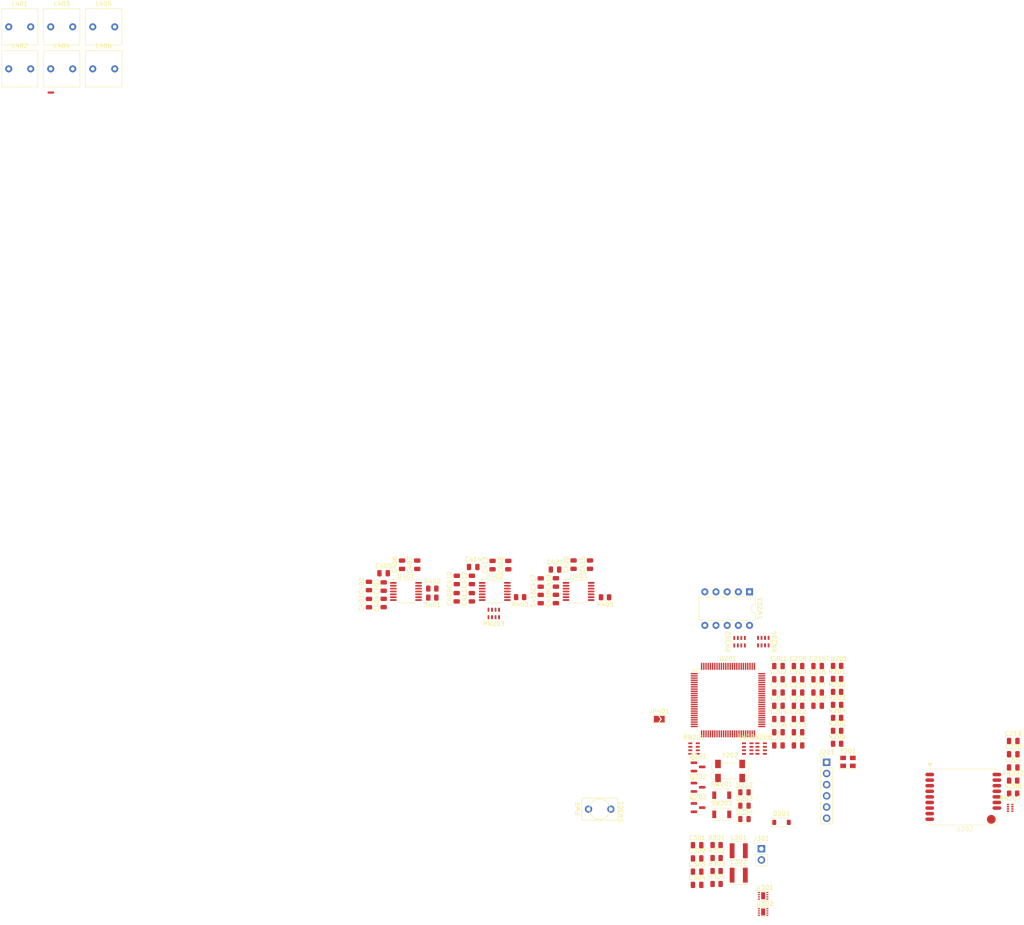
<source format=kicad_pcb>
(kicad_pcb (version 20240108) (generator "pcbnew") (generator_version "8.0")
  (layers (0 "F.Cu" signal) (1 "In1.Cu" signal) (2 "In2.Cu" signal) (31 "B.Cu" signal) (34 "B.Paste" user) (35 "F.Paste" user) (36 "B.SilkS" user "B.Silkscreen") (37 "F.SilkS" user "F.Silkscreen") (38 "B.Mask" user) (39 "F.Mask" user) (44 "Edge.Cuts" user))
  (net 0 "")
  (net 1 "GND")
  (net 2 "NRST")
  (net 3 "HSE_OUT")
  (net 4 "HSE_IN")
  (net 5 "+3.3V")
  (net 6 "Net-(C209-Pad1)")
  (net 7 "Net-(C211-Pad1)")
  (net 8 "+3.3VA")
  (net 9 "LFE_IN")
  (net 10 "LFE_OUT")
  (net 11 "+BATT")
  (net 12 "+5V")
  (net 13 "Net-(U401-Vref)")
  (net 14 "/Pickup/COIL_2")
  (net 15 "Net-(U401-Lin)")
  (net 16 "Net-(U401-Rin)")
  (net 17 "/Pickup/COIL_1")
  (net 18 "Net-(U402-Rin)")
  (net 19 "/Pickup/COIL_3")
  (net 20 "Net-(U402-Lin)")
  (net 21 "/Pickup/COIL_4")
  (net 22 "Net-(U402-Vref)")
  (net 23 "Net-(U403-Rin)")
  (net 24 "/Pickup/COIL_5")
  (net 25 "/Pickup/COIL_6")
  (net 26 "Net-(U403-Lin)")
  (net 27 "Net-(U403-Vref)")
  (net 28 "Net-(D201-A)")
  (net 29 "Net-(D202-A)")
  (net 30 "Net-(D202-K)")
  (net 31 "Net-(D203-K)")
  (net 32 "Net-(D203-A)")
  (net 33 "Net-(D204-A)")
  (net 34 "Net-(D204-K)")
  (net 35 "SWO")
  (net 36 "SWDIO")
  (net 37 "SWCLK")
  (net 38 "Net-(J301-Pin_1)")
  (net 39 "/Pickup/FMT_COM")
  (net 40 "Net-(L301-Pad2)")
  (net 41 "Net-(L302-Pad2)")
  (net 42 "/Pickup/COIL_COM")
  (net 43 "Net-(Q201-B)")
  (net 44 "Net-(Q202-B)")
  (net 45 "Net-(Q203-B)")
  (net 46 "BOOT0")
  (net 47 "/MasterMCU/ADDR_1")
  (net 48 "Net-(U201-PE2)")
  (net 49 "LORA_SCK")
  (net 50 "Net-(U201-PE4)")
  (net 51 "Net-(U201-PE6)")
  (net 52 "LORA_MOSI")
  (net 53 "DOUT_A")
  (net 54 "Net-(U401-DOUT)")
  (net 55 "Net-(U402-DOUT)")
  (net 56 "DOUT_B")
  (net 57 "DOUT_C")
  (net 58 "Net-(U403-DOUT)")
  (net 60 "LRCK_A")
  (net 61 "/MasterMCU/WS_1")
  (net 62 "/MasterMCU/CK_1")
  (net 63 "/MasterMCU/MCK_1")
  (net 65 "BCK_A")
  (net 66 "MCK_A")
  (net 67 "+3.3VP")
  (net 68 "/MasterMCU/ADDR_2")
  (net 69 "LORA_CS")
  (net 70 "/MasterMCU/ADDR3")
  (net 71 "BCK_B")
  (net 72 "/MasterMCU/CK_2")
  (net 73 "/MasterMCU/MCK_2")
  (net 74 "/MasterMCU/WS_2")
  (net 75 "LRCK_B")
  (net 76 "MCK_B")
  (net 77 "/MasterMCU/CK_3")
  (net 78 "MCK_C")
  (net 79 "/MasterMCU/MCK_3")
  (net 81 "/MasterMCU/WS_3")
  (net 83 "LRCK_C")
  (net 84 "BCK_C")
  (net 85 "/MasterMCU/FREQ2")
  (net 86 "/MasterMCU/FREQ1")
  (net 89 "/MasterMCU/LED2")
  (net 97 "/MasterMCU/LED3")
  (net 120 "/MasterMCU/LED1")
  (net 121 "LORA_NRST")
  (net 130 "LORA_MISO")
  (net 135 "LORA_BUSY")
  (net 139 "LORA_IRQ")
  (net 142 "Net-(RN207-R3.2)")
  (net 143 "Net-(RN207-R4.2)")
  (net 144 "Net-(RN207-R2.2)")
  (net 145 "LORA_IO2")
  (net 146 "/MasterMCU/LORA_MISO_P")
  (net 147 "LORA_RX_ENABLE")
  (net 148 "LORA_TX_ENABLE")
  (footprint "Capacitor_SMD:C_0805_2012Metric" (layer "F.Cu") (at 95.3516 50.4698 180)
    (property "Reference" "C414" (at 0.0254 1.7272 0) (layer "F.SilkS"))
    (property "Value" "100n")
    (pad "1" smd roundrect (at -0.949999 0 180) (size 1 1.45) (layers "F.Cu" "F.Paste" "F.Mask") (net 22 "Net-(U402-Vref)"))
    (pad "2" smd roundrect (at 0.949999 0 180) (size 1 1.45) (layers "F.Cu" "F.Paste" "F.Mask") (net 1 "GND"))
  )
  (footprint "Capacitor_SMD:C_0805_2012Metric" (layer "F.Cu") (at 169.1894 75.9916)
    (property "Reference" "C209" (at 0 -1.68 0) (layer "F.SilkS"))
    (property "Value" "2u2")
    (pad "1" smd roundrect (at -0.95 0) (size 1 1.45) (layers "F.Cu" "F.Paste" "F.Mask") (net 6 "Net-(C209-Pad1)"))
    (pad "2" smd roundrect (at 0.95 0) (size 1 1.45) (layers "F.Cu" "F.Paste" "F.Mask") (net 1 "GND"))
  )
  (footprint "Capacitor_SMD:C_0805_2012Metric" (layer "F.Cu") (at 146.2494 113.7016)
    (property "Reference" "C301" (at 0 -1.68 0) (layer "F.SilkS"))
    (property "Value" "10u")
    (pad "1" smd roundrect (at -0.95 0) (size 1 1.45) (layers "F.Cu" "F.Paste" "F.Mask") (net 11 "+BATT"))
    (pad "2" smd roundrect (at 0.95 0) (size 1 1.45) (layers "F.Cu" "F.Paste" "F.Mask") (net 1 "GND"))
  )
  (footprint "Capacitor_SMD:C_0805_2012Metric" (layer "F.Cu") (at 169.1894 91.0416)
    (property "Reference" "C214" (at 0 -1.68 0) (layer "F.SilkS"))
    (property "Value" "100n")
    (pad "1" smd roundrect (at -0.95 0) (size 1 1.45) (layers "F.Cu" "F.Paste" "F.Mask") (net 8 "+3.3VA"))
    (pad "2" smd roundrect (at 0.95 0) (size 1 1.45) (layers "F.Cu" "F.Paste" "F.Mask") (net 1 "GND"))
  )
  (footprint "Resistor_SMD:R_0805_2012Metric" (layer "F.Cu") (at 178.0694 72.9516)
    (property "Reference" "FB201" (at 0 -1.65 0) (layer "F.SilkS"))
    (property "Value" "90R")
    (pad "1" smd roundrect (at -0.9125 0) (size 1.025 1.4) (layers "F.Cu" "F.Paste" "F.Mask") (roundrect_rratio 0.243902) (net 8 "+3.3VA"))
    (pad "2" smd roundrect (at 0.9125 0) (size 1.025 1.4) (layers "F.Cu" "F.Paste" "F.Mask") (roundrect_rratio 0.243902) (net 5 "+3.3V"))
  )
  (footprint "Inductor_THT:L_Radial_L8.0mm_W8.0mm_P5.00mm_Neosid_SD8" (layer "F.Cu") (at -0.6816 -62.7638)
    (property "Reference" "L404" (at 2.5 -5.25 0) (layer "F.SilkS"))
    (property "Value" "7000 winds")
    (pad "1" thru_hole circle (at 0 0) (size 1.6 1.6) (drill 0.8) (layers "*.Cu" "*.Mask") (net 42 "/Pickup/COIL_COM"))
    (pad "2" thru_hole circle (at 5 0) (size 1.6 1.6) (drill 0.8) (layers "*.Cu" "*.Mask") (net 21 "/Pickup/COIL_4"))
  )
  (footprint "Capacitor_SMD:C_0805_2012Metric" (layer "F.Cu") (at 164.7394 79.0016)
    (property "Reference" "C203" (at 0 -1.68 0) (layer "F.SilkS"))
    (property "Value" "6p")
    (pad "1" smd roundrect (at -0.95 0) (size 1 1.45) (layers "F.Cu" "F.Paste" "F.Mask") (net 1 "GND"))
    (pad "2" smd roundrect (at 0.95 0) (size 1 1.45) (layers "F.Cu" "F.Paste" "F.Mask") (net 4 "HSE_IN"))
  )
  (footprint "Capacitor_SMD:C_0805_2012Metric" (layer "F.Cu") (at 173.6394 79.0016)
    (property "Reference" "C217" (at 0 -1.68 0) (layer "F.SilkS"))
    (property "Value" "2u2")
    (pad "1" smd roundrect (at -0.95 0) (size 1 1.45) (layers "F.Cu" "F.Paste" "F.Mask") (net 5 "+3.3V"))
    (pad "2" smd roundrect (at 0.95 0) (size 1 1.45) (layers "F.Cu" "F.Paste" "F.Mask") (net 1 "GND"))
  )
  (footprint "Capacitor_SMD:C_0805_2012Metric" (layer "F.Cu") (at 164.7394 72.9816)
    (property "Reference" "C201" (at 0 -1.68 0) (layer "F.SilkS"))
    (property "Value" "100n")
    (pad "1" smd roundrect (at -0.95 0) (size 1 1.45) (layers "F.Cu" "F.Paste" "F.Mask") (net 2 "NRST"))
    (pad "2" smd roundrect (at 0.95 0) (size 1 1.45) (layers "F.Cu" "F.Paste" "F.Mask") (net 1 "GND"))
  )
  (footprint "Capacitor_SMD:C_0805_2012Metric" (layer "F.Cu") (at 146.2494 119.7216)
    (property "Reference" "C303" (at 0 -1.68 0) (layer "F.SilkS"))
    (property "Value" "10u")
    (pad "1" smd roundrect (at -0.95 0) (size 1 1.45) (layers "F.Cu" "F.Paste" "F.Mask") (net 11 "+BATT"))
    (pad "2" smd roundrect (at 0.95 0) (size 1 1.45) (layers "F.Cu" "F.Paste" "F.Mask") (net 1 "GND"))
  )
  (footprint "Capacitor_SMD:C_0805_2012Metric" (layer "F.Cu") (at 103.3272 50.038 90)
    (property "Reference" "C408" (at 0 -1.679999 90) (layer "F.SilkS"))
    (property "Value" "2u2")
    (pad "1" smd roundrect (at -0.949999 0 90) (size 1 1.45) (layers "F.Cu" "F.Paste" "F.Mask") (net 18 "Net-(U402-Rin)"))
    (pad "2" smd roundrect (at 0.949999 0 90) (size 1 1.45) (layers "F.Cu" "F.Paste" "F.Mask") (net 19 "/Pickup/COIL_3"))
  )
  (footprint "Package_TO_SOT_SMD:SOT-23" (layer "F.Cu") (at 146.4694 95.9166)
    (property "Reference" "Q201" (at 0 -2.4 0) (layer "F.SilkS"))
    (property "Value" "BC847")
    (pad "1" smd roundrect (at -0.9375 -0.95) (size 1.475 0.6) (layers "F.Cu" "F.Paste" "F.Mask") (net 43 "Net-(Q201-B)"))
    (pad "2" smd roundrect (at -0.9375 0.95) (size 1.475 0.6) (layers "F.Cu" "F.Paste" "F.Mask") (net 1 "GND"))
    (pad "3" smd roundrect (at 0.9375 0) (size 1.475 0.6) (layers "F.Cu" "F.Paste" "F.Mask") (net 30 "Net-(D202-K)"))
  )
  (footprint "Resistor_SMD:R_0805_2012Metric" (layer "F.Cu") (at 178.0694 90.6516)
    (property "Reference" "R206" (at 0 -1.65 0) (layer "F.SilkS"))
    (property "Value" "22R")
    (pad "1" smd roundrect (at -0.9125 0) (size 1.025 1.4) (layers "F.Cu" "F.Paste" "F.Mask") (roundrect_rratio 0.243902) (net 52 "LORA_MOSI"))
    (pad "2" smd roundrect (at 0.9125 0) (size 1.025 1.4) (layers "F.Cu" "F.Paste" "F.Mask") (roundrect_rratio 0.243902) (net 51 "Net-(U201-PE6)"))
  )
  (footprint "Capacitor_SMD:C_0805_2012Metric" (layer "F.Cu") (at 79.1718 49.9618 90)
    (property "Reference" "C406" (at 0 -1.679999 90) (layer "F.SilkS"))
    (property "Value" "2u2")
    (pad "1" smd roundrect (at -0.949999 0 90) (size 1 1.45) (layers "F.Cu" "F.Paste" "F.Mask") (net 15 "Net-(U401-Lin)"))
    (pad "2" smd roundrect (at 0.949999 0 90) (size 1 1.45) (layers "F.Cu" "F.Paste" "F.Mask") (net 14 "/Pickup/COIL_2"))
  )
  (footprint "Package_TO_SOT_SMD:SOT-23" (layer "F.Cu") (at 146.4694 100.5416)
    (property "Reference" "Q202" (at 0 -2.4 0) (layer "F.SilkS"))
    (property "Value" "BC847")
    (pad "1" smd roundrect (at -0.9375 -0.95) (size 1.475 0.6) (layers "F.Cu" "F.Paste" "F.Mask") (net 44 "Net-(Q202-B)"))
    (pad "2" smd roundrect (at -0.9375 0.95) (size 1.475 0.6) (layers "F.Cu" "F.Paste" "F.Mask") (net 1 "GND"))
    (pad "3" smd roundrect (at 0.9375 0) (size 1.475 0.6) (layers "F.Cu" "F.Paste" "F.Mask") (net 31 "Net-(D203-K)"))
  )
  (footprint "Resistor_SMD:R_0805_2012Metric" (layer "F.Cu") (at 150.6794 122.5216)
    (property "Reference" "R304" (at 0 -1.65 0) (layer "F.SilkS"))
    (property "Value" "5k1")
    (pad "1" smd roundrect (at -0.9125 0) (size 1.025 1.4) (layers "F.Cu" "F.Paste" "F.Mask") (roundrect_rratio 0.243902) (net 1 "GND"))
    (pad "2" smd roundrect (at 0.9125 0) (size 1.025 1.4) (layers "F.Cu" "F.Paste" "F.Mask") (roundrect_rratio 0.243902) (net 1 "GND"))
  )
  (footprint "Capacitor_SMD:C_0805_2012Metric" (layer "F.Cu") (at 75.0062 54.9148 90)
    (property "Reference" "C401" (at 0 -1.679999 90) (layer "F.SilkS"))
    (property "Value" "100n")
    (pad "1" smd roundrect (at -0.949999 0 90) (size 1 1.45) (layers "F.Cu" "F.Paste" "F.Mask") (net 12 "+5V"))
    (pad "2" smd roundrect (at 0.949999 0 90) (size 1 1.45) (layers "F.Cu" "F.Paste" "F.Mask") (net 1 "GND"))
  )
  (footprint "Resistor_SMD:R_0805_2012Metric" (layer "F.Cu") (at 125.3236 57.3532 180)
    (property "Reference" "R405" (at 0 -1.65 0) (layer "F.SilkS"))
    (property "Value" "22R")
    (pad "1" smd roundrect (at -0.9125 0 180) (size 1.025 1.4) (layers "F.Cu" "F.Paste" "F.Mask") (roundrect_rratio 0.243902) (net 57 "DOUT_C"))
    (pad "2" smd roundrect (at 0.9125 0 180) (size 1.025 1.4) (layers "F.Cu" "F.Paste" "F.Mask") (roundrect_rratio 0.243902) (net 58 "Net-(U403-DOUT)"))
  )
  (footprint "Capacitor_SMD:C_0805_2012Metric" (layer "F.Cu") (at 71.6534 58.674 -90)
    (property "Reference" "C403" (at 0 1.7018 90) (layer "F.SilkS"))
    (property "Value" "10u")
    (pad "1" smd roundrect (at -0.949999 0 270) (size 1 1.45) (layers "F.Cu" "F.Paste" "F.Mask") (net 5 "+3.3V"))
    (pad "2" smd roundrect (at 0.949999 0 270) (size 1 1.45) (layers "F.Cu" "F.Paste" "F.Mask") (net 1 "GND"))
  )
  (footprint "Resistor_SMD:R_Array_Concave_4x0603" (layer "F.Cu") (at 155.899 67.4506 90)
    (property "Reference" "RN202" (at 0 -2.6 90) (layer "F.SilkS"))
    (property "Value" "15k")
    (pad "1" smd rect (at -0.85 -1.2 90) (size 0.9 0.4) (layers "F.Cu" "F.Paste" "F.Mask") (net 85 "/MasterMCU/FREQ2"))
    (pad "2" smd rect (at -0.85 -0.4 90) (size 0.9 0.4) (layers "F.Cu" "F.Paste" "F.Mask") (net 86 "/MasterMCU/FREQ1"))
    (pad "3" smd rect (at -0.85 0.4 90) (size 0.9 0.4) (layers "F.Cu" "F.Paste" "F.Mask") (net 70 "/MasterMCU/ADDR3"))
    (pad "4" smd rect (at -0.85 1.2 90) (size 0.9 0.4) (layers "F.Cu" "F.Paste" "F.Mask") (net 68 "/MasterMCU/ADDR_2"))
    (pad "5" smd rect (at 0.85 1.2 90) (size 0.9 0.4) (layers "F.Cu" "F.Paste" "F.Mask") (net 5 "+3.3V"))
    (pad "6" smd rect (at 0.85 0.4 90) (size 0.9 0.4) (layers "F.Cu" "F.Paste" "F.Mask") (net 5 "+3.3V"))
    (pad "7" smd rect (at 0.85 -0.4 90) (size 0.9 0.4) (layers "F.Cu" "F.Paste" "F.Mask") (net 5 "+3.3V"))
    (pad "8" smd rect (at 0.85 -1.2 90) (size 0.9 0.4) (layers "F.Cu" "F.Paste" "F.Mask") (net 5 "+3.3V"))
  )
  (footprint "Package_QFP:LQFP-100_14x14mm_P0.5mm" (layer "F.Cu") (at 153.2694 80.7216)
    (property "Reference" "U201" (at 0 -9.42 0) (layer "F.SilkS"))
    (property "Value" "STM32H7B0VBTx")
    (pad "1" smd roundrect (at -7.675 -6) (size 1.6 0.3) (layers "F.Cu" "F.Paste" "F.Mask") (net 48 "Net-(U201-PE2)"))
    (pad "2" smd roundrect (at -7.675 -5.5) (size 1.6 0.3) (layers "F.Cu" "F.Paste" "F.Mask") (net 121 "LORA_NRST"))
    (pad "3" smd roundrect (at -7.675 -5) (size 1.6 0.3) (layers "F.Cu" "F.Paste" "F.Mask") (net 50 "Net-(U201-PE4)"))
    (pad "4" smd roundrect (at -7.675 -4.5) (size 1.6 0.3) (layers "F.Cu" "F.Paste" "F.Mask") (net 130 "LORA_MISO"))
    (pad "5" smd roundrect (at -7.675 -4) (size 1.6 0.3) (layers "F.Cu" "F.Paste" "F.Mask") (net 51 "Net-(U201-PE6)"))
    (pad "6" smd roundrect (at -7.675 -3.5) (size 1.6 0.3) (layers "F.Cu" "F.Paste" "F.Mask") (net 5 "+3.3V"))
    (pad "7" smd roundrect (at -7.675 -3) (size 1.6 0.3) (layers "F.Cu" "F.Paste" "F.Mask"))
    (pad "8" smd roundrect (at -7.675 -2.5) (size 1.6 0.3) (layers "F.Cu" "F.Paste" "F.Mask") (net 10 "LFE_OUT"))
    (pad "9" smd roundrect (at -7.675 -2) (size 1.6 0.3) (layers "F.Cu" "F.Paste" "F.Mask") (net 9 "LFE_IN"))
    (pad "10" smd roundrect (at -7.675 -1.5) (size 1.6 0.3) (layers "F.Cu" "F.Paste" "F.Mask") (net 1 "GND"))
    (pad "11" smd roundrect (at -7.675 -1) (size 1.6 0.3) (layers "F.Cu" "F.Paste" "F.Mask") (net 5 "+3.3V"))
    (pad "12" smd roundrect (at -7.675 -0.5) (size 1.6 0.3) (layers "F.Cu" "F.Paste" "F.Mask") (net 4 "HSE_IN"))
    (pad "13" smd roundrect (at -7.675 0) (size 1.6 0.3) (layers "F.Cu" "F.Paste" "F.Mask") (net 3 "HSE_OUT"))
    (pad "14" smd roundrect (at -7.675 0.5) (size 1.6 0.3) (layers "F.Cu" "F.Paste" "F.Mask") (net 2 "NRST"))
    (pad "15" smd roundrect (at -7.675 1) (size 1.6 0.3) (layers "F.Cu" "F.Paste" "F.Mask") (net 147 "LORA_RX_ENABLE"))
    (pad "16" smd roundrect (at -7.675 1.5) (size 1.6 0.3) (layers "F.Cu" "F.Paste" "F.Mask") (net 148 "LORA_TX_ENABLE"))
    (pad "17" smd roundrect (at -7.675 2) (size 1.6 0.3) (layers "F.Cu" "F.Paste" "F.Mask"))
    (pad "18" smd roundrect (at -7.675 2.5) (size 1.6 0.3) (layers "F.Cu" "F.Paste" "F.Mask"))
    (pad "19" smd roundrect (at -7.675 3) (size 1.6 0.3) (layers "F.Cu" "F.Paste" "F.Mask") (net 1 "GND"))
    (pad "20" smd roundrect (at -7.675 3.5) (size 1.6 0.3) (layers "F.Cu" "F.Paste" "F.Mask") (net 8 "+3.3VA"))
    (pad "21" smd roundrect (at -7.675 4) (size 1.6 0.3) (layers "F.Cu" "F.Paste" "F.Mask") (net 8 "+3.3VA"))
    (pad "22" smd roundrect (at -7.675 4.5) (size 1.6 0.3) (layers "F.Cu" "F.Paste" "F.Mask"))
    (pad "23" smd roundrect (at -7.675 5) (size 1.6 0.3) (layers "F.Cu" "F.Paste" "F.Mask"))
    (pad "24" smd roundrect (at -7.675 5.5) (size 1.6 0.3) (layers "F.Cu" "F.Paste" "F.Mask") (net 11 "+BATT"))
    (pad "25" smd roundrect (at -7.675 6) (size 1.6 0.3) (layers "F.Cu" "F.Paste" "F.Mask"))
    (pad "26" smd roundrect (at -6 7.675) (size 0.3 1.6) (layers "F.Cu" "F.Paste" "F.Mask") (net 1 "GND"))
    (pad "27" smd roundrect (at -5.5 7.675) (size 0.3 1.6) (layers "F.Cu" "F.Paste" "F.Mask") (net 5 "+3.3V"))
    (pad "28" smd roundrect (at -5 7.675) (size 0.3 1.6) (layers "F.Cu" "F.Paste" "F.Mask") (net 61 "/MasterMCU/WS_1"))
    (pad "29" smd roundrect (at -4.5 7.675) (size 0.3 1.6) (layers "F.Cu" "F.Paste" "F.Mask") (net 62 "/MasterMCU/CK_1"))
    (pad "30" smd roundrect (at -4 7.675) (size 0.3 1.6) (layers "F.Cu" "F.Paste" "F.Mask") (net 53 "DOUT_A"))
    (pad "31" smd roundrect (at -3.5 7.675) (size 0.3 1.6) (layers "F.Cu" "F.Paste" "F.Mask"))
    (pad "32" smd roundrect (at -3 7.675) (size 0.3 1.6) (layers "F.Cu" "F.Paste" "F.Mask") (net 63 "/MasterMCU/MCK_1"))
    (pad "33" smd roundrect (at -2.5 7.675) (size 0.3 1.6) (layers "F.Cu" "F.Paste" "F.Mask"))
    (pad "34" smd roundrect (at -2 7.675) (size 0.3 1.6) (layers "F.Cu" "F.Paste" "F.Mask"))
    (pad "35" smd roundrect (at -1.5 7.675) (size 0.3 1.6) (layers "F.Cu" "F.Paste" "F.Mask"))
    (pad "36" smd roundrect (at -1 7.675) (size 0.3 1.6) (layers "F.Cu" "F.Paste" "F.Mask") (net 35 "SWO"))
    (pad "37" smd roundrect (at -0.5 7.675) (size 0.3 1.6) (layers "F.Cu" "F.Paste" "F.Mask"))
    (pad "38" smd roundrect (at 0 7.675) (size 0.3 1.6) (layers "F.Cu" "F.Paste" "F.Mask"))
    (pad "39" smd roundrect (at 0.5 7.675) (size 0.3 1.6) (layers "F.Cu" "F.Paste" "F.Mask"))
    (pad "40" smd roundrect (at 1 7.675) (size 0.3 1.6) (layers "F.Cu" "F.Paste" "F.Mask"))
    (pad "41" smd roundrect (at 1.5 7.675) (size 0.3 1.6) (layers "F.Cu" "F.Paste" "F.Mask"))
    (pad "42" smd roundrect (at 2 7.675) (size 0.3 1.6) (layers "F.Cu" "F.Paste" "F.Mask"))
    (pad "43" smd roundrect (at 2.5 7.675) (size 0.3 1.6) (layers "F.Cu" "F.Paste" "F.Mask"))
    (pad "44" smd roundrect (at 3 7.675) (size 0.3 1.6) (layers "F.Cu" "F.Paste" "F.Mask"))
    (pad "45" smd roundrect (at 3.5 7.675) (size 0.3 1.6) (layers "F.Cu" "F.Paste" "F.Mask"))
    (pad "46" smd roundrect (at 4 7.675) (size 0.3 1.6) (layers "F.Cu" "F.Paste" "F.Mask"))
    (pad "47" smd roundrect (at 4.5 7.675) (size 0.3 1.6) (layers "F.Cu" "F.Paste" "F.Mask"))
    (pad "48" smd roundrect (at 5 7.675) (size 0.3 1.6) (layers "F.Cu" "F.Paste" "F.Mask") (net 6 "Net-(C209-Pad1)"))
    (pad "49" smd roundrect (at 5.5 7.675) (size 0.3 1.6) (layers "F.Cu" "F.Paste" "F.Mask") (net 1 "GND"))
    (pad "50" smd roundrect (at 6 7.675) (size 0.3 1.6) (layers "F.Cu" "F.Paste" "F.Mask") (net 5 "+3.3V"))
    (pad "51" smd roundrect (at 7.675 6) (size 1.6 0.3) (layers "F.Cu" "F.Paste" "F.Mask") (net 74 "/MasterMCU/WS_2"))
    (pad "52" smd roundrect (at 7.675 5.5) (size 1.6 0.3) (layers "F.Cu" "F.Paste" "F.Mask") (net 72 "/MasterMCU/CK_2"))
    (pad "53" smd roundrect (at 7.675 5) (size 1.6 0.3) (layers "F.Cu" "F.Paste" "F.Mask") (net 56 "DOUT_B"))
    (pad "54" smd roundrect (at 7.675 4.5) (size 1.6 0.3) (layers "F.Cu" "F.Paste" "F.Mask"))
    (pad "55" smd roundrect (at 7.675 4) (size 1.6 0.3) (layers "F.Cu" "F.Paste" "F.Mask") (net 120 "/MasterMCU/LED1"))
    (pad "56" smd roundrect (at 7.675 3.5) (size 1.6 0.3) (layers "F.Cu" "F.Paste" "F.Mask") (net 89 "/MasterMCU/LED2"))
    (pad "57" smd roundrect (at 7.675 3) (size 1.6 0.3) (layers "F.Cu" "F.Paste" "F.Mask") (net 97 "/MasterMCU/LED3"))
    (pad "58" smd roundrect (at 7.675 2.5) (size 1.6 0.3) (layers "F.Cu" "F.Paste" "F.Mask"))
    (pad "59" smd roundrect (at 7.675 2) (size 1.6 0.3) (layers "F.Cu" "F.Paste" "F.Mask"))
    (pad "60" smd roundrect (at 7.675 1.5) (size 1.6 0.3) (layers "F.Cu" "F.Paste" "F.Mask"))
    (pad "61" smd roundrect (at 7.675 1) (size 1.6 0.3) (layers "F.Cu" "F.Paste" "F.Mask"))
    (pad "62" smd roundrect (at 7.675 0.5) (size 1.6 0.3) (layers "F.Cu" "F.Paste" "F.Mask"))
    (pad "63" smd roundrect (at 7.675 0) (size 1.6 0.3) (layers "F.Cu" "F.Paste" "F.Mask") (net 73 "/MasterMCU/MCK_2"))
    (pad "64" smd roundrect (at 7.675 -0.5) (size 1.6 0.3) (layers "F.Cu" "F.Paste" "F.Mask") (net 79 "/MasterMCU/MCK_3"))
    (pad "65" smd roundrect (at 7.675 -1) (size 1.6 0.3) (layers "F.Cu" "F.Paste" "F.Mask"))
    (pad "66" smd roundrect (at 7.675 -1.5) (size 1.6 0.3) (layers "F.Cu" "F.Paste" "F.Mask"))
    (pad "67" smd roundrect (at 7.675 -2) (size 1.6 0.3) (layers "F.Cu" "F.Paste" "F.Mask"))
    (pad "68" smd roundrect (at 7.675 -2.5) (size 1.6 0.3) (layers "F.Cu" "F.Paste" "F.Mask"))
    (pad "69" smd roundrect (at 7.675 -3) (size 1.6 0.3) (layers "F.Cu" "F.Paste" "F.Mask"))
    (pad "70" smd roundrect (at 7.675 -3.5) (size 1.6 0.3) (layers "F.Cu" "F.Paste" "F.Mask"))
    (pad "71" smd roundrect (at 7.675 -4) (size 1.6 0.3) (layers "F.Cu" "F.Paste" "F.Mask"))
    (pad "72" smd roundrect (at 7.675 -4.5) (size 1.6 0.3) (layers "F.Cu" "F.Paste" "F.Mask") (net 36 "SWDIO"))
    (pad "73" smd roundrect (at 7.675 -5) (size 1.6 0.3) (layers "F.Cu" "F.Paste" "F.Mask") (net 7 "Net-(C211-Pad1)"))
    (pad "74" smd roundrect (at 7.675 -5.5) (size 1.6 0.3) (layers "F.Cu" "F.Paste" "F.Mask") (net 1 "GND"))
    (pad "75" smd roundrect (at 7.675 -6) (size 1.6 0.3) (layers "F.Cu" "F.Paste" "F.Mask") (net 5 "+3.3V"))
    (pad "76" smd roundrect (at 6 -7.675) (size 0.3 1.6) (layers "F.Cu" "F.Paste" "F.Mask") (net 37 "SWCLK"))
    (pad "77" smd roundrect (at 5.5 -7.675) (size 0.3 1.6) (layers "F.Cu" "F.Paste" "F.Mask") (net 81 "/MasterMCU/WS_3"))
    (pad "78" smd roundrect (at 5 -7.675) (size 0.3 1.6) (layers "F.Cu" "F.Paste" "F.Mask") (net 77 "/MasterMCU/CK_3"))
    (pad "79" smd roundrect (at 4.5 -7.675) (size 0.3 1.6) (layers "F.Cu" "F.Paste" "F.Mask") (net 57 "DOUT_C"))
    (pad "80" smd roundrect (at 4 -7.675) (size 0.3 1.6) (layers "F.Cu" "F.Paste" "F.Mask"))
    (pad "81" smd roundrect (at 3.5 -7.675) (size 0.3 1.6) (layers "F.Cu" "F.Paste" "F.Mask") (net 47 "/MasterMCU/ADDR_1"))
    (pad "82" smd roundrect (at 3 -7.675) (size 0.3 1.6) (layers "F.Cu" "F.Paste" "F.Mask") (net 68 "/MasterMCU/ADDR_2"))
    (pad "83" smd roundrect (at 2.5 -7.675) (size 0.3 1.6) (layers "F.Cu" "F.Paste" "F.Mask") (net 70 "/MasterMCU/ADDR3"))
    (pad "84" smd roundrect (at 2 -7.675) (size 0.3 1.6) (layers "F.Cu" "F.Paste" "F.Mask") (net 86 "/MasterMCU/FREQ1"))
    (pad "85" smd roundrect (at 1.5 -7.675) (size 0.3 1.6) (layers "F.Cu" "F.Paste" "F.Mask") (net 85 "/MasterMCU/FREQ2"))
    (pad "86" smd roundrect (at 1 -7.675) (size 0.3 1.6) (layers "F.Cu" "F.Paste" "F.Mask"))
    (pad "87" smd roundrect (at 0.5 -7.675) (size 0.3 1.6) (layers "F.Cu" "F.Paste" "F.Mask"))
    (pad "88" smd roundrect (at 0 -7.675) (size 0.3 1.6) (layers "F.Cu" "F.Paste" "F.Mask"))
    (pad "89" smd roundrect (at -0.5 -7.675) (size 0.3 1.6) (layers "F.Cu" "F.Paste" "F.Mask"))
    (pad "90" smd roundrect (at -1 -7.675) (size 0.3 1.6) (layers "F.Cu" "F.Paste" "F.Mask"))
    (pad "91" smd roundrect (at -1.5 -7.675) (size 0.3 1.6) (layers "F.Cu" "F.Paste" "F.Mask"))
    (pad "92" smd roundrect (at -2 -7.675) (size 0.3 1.6) (layers "F.Cu" "F.Paste" "F.Mask"))
    (pad "93" smd roundrect (at -2.5 -7.675) (size 0.3 1.6) (layers "F.Cu" "F.Paste" "F.Mask"))
    (pad "94" smd roundrect (at -3 -7.675) (size 0.3 1.6) (layers "F.Cu" "F.Paste" "F.Mask") (net 46 "BOOT0"))
    (pad "95" smd roundrect (at -3.5 -7.675) (size 0.3 1.6) (layers "F.Cu" "F.Paste" "F.Mask"))
    (pad "96" smd roundrect (at -4 -7.675) (size 0.3 1.6) (layers "F.Cu" "F.Paste" "F.Mask") (net 145 "LORA_IO2"))
    (pad "97" smd roundrect (at -4.5 -7.675) (size 0.3 1.6) (layers "F.Cu" "F.Paste" "F.Mask") (net 135 "LORA_BUSY"))
    (pad "98" smd roundrect (at -5 -7.675) (size 0.3 1.6) (layers "F.Cu" "F.Paste" "F.Mask") (net 139 "LORA_IRQ"))
    (pad "99" smd roundrect (at -5.5 -7.675) (size 0.3 1.6) (layers "F.Cu" "F.Paste" "F.Mask") (net 1 "GND"))
    (pad "100" smd roundrect (at -6 -7.675) (size 0.3 1.6) (layers "F.Cu" "F.Paste" "F.Mask") (net 5 "+3.3V"))
  )
  (footprint "Capacitor_SMD:C_0805_2012Metric" (layer "F.Cu") (at 114.1476 57.744399 -90)
    (property "Reference" "C418" (at 0 1.6764 90) (layer "F.SilkS"))
    (property "Value" "100n")
    (pad "1" smd roundrect (at -0.949999 0 270) (size 1 1.45) (layers "F.Cu" "F.Paste" "F.Mask") (net 5 "+3.3V"))
    (pad "2" smd roundrect (at 0.949999 0 270) (size 1 1.45) (layers "F.Cu" "F.Paste" "F.Mask") (net 1 "GND"))
  )
  (footprint "Capacitor_SMD:C_0805_2012Metric" (layer "F.Cu") (at 91.5924 57.3532 -90)
    (property "Reference" "C409" (at 0 1.651 90) (layer "F.SilkS"))
    (property "Value" "10u")
    (pad "1" smd roundrect (at -0.949999 0 270) (size 1 1.45) (layers "F.Cu" "F.Paste" "F.Mask") (net 5 "+3.3V"))
    (pad "2" smd roundrect (at 0.949999 0 270) (size 1 1.45) (layers "F.Cu" "F.Paste" "F.Mask") (net 1 "GND"))
  )
  (footprint "Inductor_THT:L_Radial_L8.0mm_W8.0mm_P5.00mm_Neosid_SD8" (layer "F.Cu") (at -0.6816 -72.3138)
    (property "Reference" "L403" (at 2.5 -5.25 0) (layer "F.SilkS"))
    (property "Value" "7000 winds")
    (pad "1" thru_hole circle (at 0 0) (size 1.6 1.6) (drill 0.8) (layers "*.Cu" "*.Mask") (net 42 "/Pickup/COIL_COM"))
    (pad "2" thru_hole circle (at 5 0) (size 1.6 1.6) (drill 0.8) (layers "*.Cu" "*.Mask") (net 19 "/Pickup/COIL_3"))
  )
  (footprint "Resistor_SMD:R_Array_Concave_4x0603" (layer "F.Cu") (at 160.7994 91.7416)
    (property "Reference" "RN206" (at 0 -2.6 0) (layer "F.SilkS"))
    (property "Value" "330")
    (pad "1" smd rect (at -0.85 -1.2) (size 0.9 0.4) (layers "F.Cu" "F.Paste" "F.Mask"))
    (pad "2" smd rect (at -0.85 -0.4) (size 0.9 0.4) (layers "F.Cu" "F.Paste" "F.Mask") (net 5 "+3.3V"))
    (pad "3" smd rect (at -0.85 0.4) (size 0.9 0.4) (layers "F.Cu" "F.Paste" "F.Mask") (net 5 "+3.3V"))
    (pad "4" smd rect (at -0.85 1.2) (size 0.9 0.4) (layers "F.Cu" "F.Paste" "F.Mask") (net 5 "+3.3V"))
    (pad "5" smd rect (at 0.85 1.2) (size 0.9 0.4) (layers "F.Cu" "F.Paste" "F.Mask") (net 29 "Net-(D202-A)"))
    (pad "6" smd rect (at 0.85 0.4) (size 0.9 0.4) (layers "F.Cu" "F.Paste" "F.Mask") (net 32 "Net-(D203-A)"))
    (pad "7" smd rect (at 0.85 -0.4) (size 0.9 0.4) (layers "F.Cu" "F.Paste" "F.Mask") (net 33 "Net-(D204-A)"))
    (pad "8" smd rect (at 0.85 -1.2) (size 0.9 0.4) (layers "F.Cu" "F.Paste" "F.Mask"))
  )
  (footprint "Resistor_SMD:R_Array_Concave_4x0603" (layer "F.Cu") (at 161.2878 67.4332 -90)
    (property "Reference" "RN204" (at 0 -2.600001 90) (layer "F.SilkS"))
    (property "Value" "47R")
    (pad "1" smd rect (at -0.85 -1.2 270) (size 0.9 0.4) (layers "F.Cu" "F.Paste" "F.Mask") (net 84 "BCK_C"))
    (pad "2" smd rect (at -0.85 -0.4 270) (size 0.9 0.4) (layers "F.Cu" "F.Paste" "F.Mask") (net 78 "MCK_C"))
    (pad "3" smd rect (at -0.85 0.4 270) (size 0.9 0.4) (layers "F.Cu" "F.Paste" "F.Mask"))
    (pad "4" smd rect (at -0.85 1.2 270) (size 0.9 0.4) (layers "F.Cu" "F.Paste" "F.Mask") (net 83 "LRCK_C"))
    (pad "5" smd rect (at 0.85 1.2 270) (size 0.9 0.4) (layers "F.Cu" "F.Paste" "F.Mask") (net 81 "/MasterMCU/WS_3"))
    (pad "6" smd rect (at 0.85 0.4 270) (size 0.9 0.4) (layers "F.Cu" "F.Paste" "F.Mask"))
    (pad "7" smd rect (at 0.85 -0.4 270) (size 0.9 0.4) (layers "F.Cu" "F.Paste" "F.Mask") (net 79 "/MasterMCU/MCK_3"))
    (pad "8" smd rect (at 0.85 -1.2 270) (size 0.9 0.4) (layers "F.Cu" "F.Paste" "F.Mask") (net 77 "/MasterMCU/CK_3"))
  )
  (footprint "LED_SMD:LED_0805_2012Metric" (layer "F.Cu") (at 157.0094 101.6866)
    (property "Reference" "D202" (at 0 -1.65 0) (layer "F.SilkS"))
    (property "Value" "LED")
    (pad "1" smd roundrect (at -0.9375 0) (size 0.975 1.4) (layers "F.Cu" "F.Paste" "F.Mask") (net 30 "Net-(D202-K)"))
    (pad "2" smd roundrect (at 0.9375 0) (size 0.975 1.4) (layers "F.Cu" "F.Paste" "F.Mask") (net 29 "Net-(D202-A)"))
  )
  (footprint "Capacitor_SMD:C_0805_2012Metric" (layer "F.Cu") (at 110.6932 54.0004 90)
    (property "Reference" "C417" (at 0 -1.679999 90) (layer "F.SilkS"))
    (property "Value" "10u")
    (pad "1" smd roundrect (at -0.949999 0 90) (size 1 1.45) (layers "F.Cu" "F.Paste" "F.Mask") (net 12 "+5V"))
    (pad "2" smd roundrect (at 0.949999 0 90) (size 1 1.45) (layers "F.Cu" "F.Paste" "F.Mask") (net 1 "GND"))
  )
  (footprint "Capacitor_SMD:C_0805_2012Metric" (layer "F.Cu") (at 169.1894 79.0016)
    (property "Reference" "C210" (at 0 -1.68 0) (layer "F.SilkS"))
    (property "Value" "100n")
    (pad "1" smd roundrect (at -0.95 0) (size 1 1.45) (layers "F.Cu" "F.Paste" "F.Mask") (net 5 "+3.3V"))
    (pad "2" smd roundrect (at 0.95 0) (size 1 1.45) (layers "F.Cu" "F.Paste" "F.Mask") (net 1 "GND"))
  )
  (footprint "Capacitor_SMD:C_0805_2012Metric" (layer "F.Cu") (at 71.6534 54.7878 90)
    (property "Reference" "C402" (at 0 -1.679999 90) (layer "F.SilkS"))
    (property "Value" "10u")
    (pad "1" smd roundrect (at -0.949999 0 90) (size 1 1.45) (layers "F.Cu" "F.Paste" "F.Mask") (net 12 "+5V"))
    (pad "2" smd roundrect (at 0.949999 0 90) (size 1 1.45) (layers "F.Cu" "F.Paste" "F.Mask") (net 1 "GND"))
  )
  (footprint "Capacitor_SMD:C_0805_2012Metric" (layer "F.Cu") (at 169.1894 82.0116)
    (property "Reference" "C211" (at 0 -1.68 0) (layer "F.SilkS"))
    (property "Value" "2u2")
    (pad "1" smd roundrect (at -0.95 0) (size 1 1.45) (layers "F.Cu" "F.Paste" "F.Mask") (net 7 "Net-(C211-Pad1)"))
    (pad "2" smd roundrect (at 0.95 0) (size 1 1.45) (layers "F.Cu" "F.Paste" "F.Mask") (net 1 "GND"))
  )
  (footprint "LED_SMD:LED_0805_2012Metric" (layer "F.Cu") (at 157.0094 104.7266)
    (property "Reference" "D203" (at 0 -1.65 0) (layer "F.SilkS"))
    (property "Value" "LED")
    (pad "1" smd roundrect (at -0.9375 0) (size 0.975 1.4) (layers "F.Cu" "F.Paste" "F.Mask") (net 31 "Net-(D203-K)"))
    (pad "2" smd roundrect (at 0.9375 0) (size 0.975 1.4) (layers "F.Cu" "F.Paste" "F.Mask") (net 32 "Net-(D203-A)"))
  )
  (footprint "Capacitor_SMD:C_0805_2012Metric" (layer "F.Cu") (at 146.2494 122.7316)
    (property "Reference" "C304" (at 0 -1.68 0) (layer "F.SilkS"))
    (property "Value" "10p")
    (pad "1" smd roundrect (at -0.95 0) (size 1 1.45) (layers "F.Cu" "F.Paste" "F.Mask") (net 12 "+5V"))
    (pad "2" smd roundrect (at 0.95 0) (size 1 1.45) (layers "F.Cu" "F.Paste" "F.Mask") (net 1 "GND"))
  )
  (footprint "Resistor_SMD:R_0805_2012Metric" (layer "F.Cu") (at 150.6794 113.6716)
    (property "Reference" "R301" (at 0 -1.65 0) (layer "F.SilkS"))
    (property "Value" "47k")
    (pad "1" smd roundrect (at -0.9125 0) (size 1.025 1.4) (layers "F.Cu" "F.Paste" "F.Mask") (roundrect_rratio 0.243902) (net 5 "+3.3V"))
    (pad "2" smd roundrect (at 0.9125 0) (size 1.025 1.4) (layers "F.Cu" "F.Paste" "F.Mask") (roundrect_rratio 0.243902) (net 1 "GND"))
  )
  (footprint "Resistor_SMD:R_0805_2012Metric" (layer "F.Cu") (at 86.0552 57.4294 180)
    (property "Reference" "R401" (at 0 -1.65 0) (layer "F.SilkS"))
    (property "Value" "22R")
    (pad "1" smd roundrect (at -0.9125 0 180) (size 1.025 1.4) (layers "F.Cu" "F.Paste" "F.Mask") (roundrect_rratio 0.243902) (net 53 "DOUT_A"))
    (pad "2" smd roundrect (at 0.9125 0 180) (size 1.025 1.4) (layers "F.Cu" "F.Paste" "F.Mask") (roundrect_rratio 0.243902) (net 54 "Net-(U401-DOUT)"))
  )
  (footprint "Capacitor_SMD:C_0805_2012Metric" (layer "F.Cu") (at 95.0468 57.3532 -90)
    (property "Reference" "C411" (at 0 1.7272 90) (layer "F.SilkS"))
    (property "Value" "100n")
    (pad "1" smd roundrect (at -0.949999 0 270) (size 1 1.45) (layers "F.Cu" "F.Paste" "F.Mask") (net 5 "+3.3V"))
    (pad "2" smd roundrect (at 0.949999 0 270) (size 1 1.45) (layers "F.Cu" "F.Paste" "F.Mask") (net 1 "GND"))
  )
  (footprint "Inductor_THT:L_Radial_L8.0mm_W8.0mm_P5.00mm_Neosid_SD8" (layer "F.Cu") (at 8.8684 -62.7638)
    (property "Reference" "L406" (at 2.5 -5.25 0) (layer "F.SilkS"))
    (property "Value" "7000 winds")
    (pad "1" thru_hole circle (at 0 0) (size 1.6 1.6) (drill 0.8) (layers "*.Cu" "*.Mask") (net 42 "/Pickup/COIL_COM"))
    (pad "2" thru_hole circle (at 5 0) (size 1.6 1.6) (drill 0.8) (layers "*.Cu" "*.Mask") (net 25 "/Pickup/COIL_6"))
  )
  (footprint "Resistor_SMD:R_0805_2012Metric" (layer "F.Cu") (at 178.0694 81.8016)
    (property "Reference" "R203" (at 0 -1.65 0) (layer "F.SilkS"))
    (property "Value" "15k")
    (pad "1" smd roundrect (at -0.9125 0) (size 1.025 1.4) (layers "F.Cu" "F.Paste" "F.Mask") (roundrect_rratio 0.243902) (net 5 "+3.3V"))
    (pad "2" smd roundrect (at 0.9125 0) (size 1.025 1.4) (layers "F.Cu" "F.Paste" "F.Mask") (roundrect_rratio 0.243902) (net 47 "/MasterMCU/ADDR_1"))
  )
  (footprint "Resistor_SMD:R_0805_2012Metric" (layer "F.Cu") (at 218.0866 101.9688)
    (property "Reference" "R208" (at 0 -1.65 0) (layer "F.SilkS"))
    (property "Value" "15k")
    (pad "1" smd roundrect (at -0.9125 0) (size 1.025 1.4) (layers "F.Cu" "F.Paste" "F.Mask") (roundrect_rratio 0.243902) (net 5 "+3.3V"))
    (pad "2" smd roundrect (at 0.9125 0) (size 1.025 1.4) (layers "F.Cu" "F.Paste" "F.Mask") (roundrect_rratio 0.243902) (net 69 "LORA_CS"))
  )
  (footprint "Capacitor_SMD:C_0805_2012Metric" (layer "F.Cu") (at 91.6178 53.4162 90)
    (property "Reference" "C410" (at 0 -1.679999 90) (layer "F.SilkS"))
    (property "Value" "10u")
    (pad "1" smd roundrect (at -0.949999 0 90) (size 1 1.45) (layers "F.Cu" "F.Paste" "F.Mask") (net 12 "+5V"))
    (pad "2" smd roundrect (at 0.949999 0 90) (size 1 1.45) (layers "F.Cu" "F.Paste" "F.Mask") (net 1 "GND"))
  )
  (footprint "Capacitor_SMD:C_0805_2012Metric" (layer "F.Cu") (at 164.7394 88.0316)
    (property "Reference" "C206" (at 0 -1.68 0) (layer "F.SilkS"))
    (property "Value" "100n")
    (pad "1" smd roundrect (at -0.95 0) (size 1 1.45) (layers "F.Cu" "F.Paste" "F.Mask") (net 5 "+3.3V"))
    (pad "2" smd roundrect (at 0.95 0) (size 1 1.45) (layers "F.Cu" "F.Paste" "F.Mask") (net 1 "GND"))
  )
  (footprint "Inductor_THT:L_Radial_L8.0mm_W8.0mm_P5.00mm_Neosid_SD8" (layer "F.Cu") (at -10.2316 -72.3138)
    (property "Reference" "L401" (at 2.5 -5.25 0) (layer "F.SilkS"))
    (property "Value" "7000 winds")
    (pad "1" thru_hole circle (at 0 0) (size 1.6 1.6) (drill 0.8) (layers "*.Cu" "*.Mask") (net 42 "/Pickup/COIL_COM"))
    (pad "2" thru_hole circle (at 5 0) (size 1.6 1.6) (drill 0.8) (layers "*.Cu" "*.Mask") (net 17 "/Pickup/COIL_1"))
  )
  (footprint "Inductor_THT:L_Radial_L8.0mm_W8.0mm_P5.00mm_Neosid_SD8" (layer "F.Cu") (at -10.2316 -62.7638)
    (property "Reference" "L402" (at 2.5 -5.25 0) (layer "F.SilkS"))
    (property "Value" "7000 winds")
    (pad "1" thru_hole circle (at 0 0) (size 1.6 1.6) (drill 0.8) (layers "*.Cu" "*.Mask") (net 42 "/Pickup/COIL_COM"))
    (pad "2" thru_hole circle (at 5 0) (size 1.6 1.6) (drill 0.8) (layers "*.Cu" "*.Mask") (net 14 "/Pickup/COIL_2"))
  )
  (footprint "Jumper:SolderJumper-2_P1.3mm_Open_TrianglePad1.0x1.5mm" (layer "F.Cu") (at 137.6494 85.0516)
    (property "Reference" "JP401" (at 0 -1.8 0) (layer "F.SilkS"))
    (property "Value" "PCM_FMT")
    (pad "1" smd custom (at -0.725 0) (size 0.3 0.3) (layers "F.Cu" "F.Mask") (net 39 "/Pickup/FMT_COM") (options (clearance outline) (anchor rect)) (primitives (gr_poly (pts (xy 1 0) (xy 0.5 0.75) (xy -0.5 0.75) (xy -0.5 -0.75) (xy 0.5 -0.75)) (width 0) (fill yes))))
    (pad "2" smd custom (at 0.725 0) (size 0.3 0.3) (layers "F.Cu" "F.Mask") (net 5 "+3.3V") (options (clearance outline) (anchor rect)) (primitives (gr_poly (pts (xy 0.5 0.75) (xy -0.65 0.75) (xy -0.15 0) (xy -0.65 -0.75) (xy 0.5 -0.75)) (width 0) (fill yes))))
  )
  (footprint "Inductor_THT:L_Radial_L8.0mm_W8.0mm_P5.00mm_Neosid_SD8" (layer "F.Cu") (at 8.8684 -72.3138)
    (property "Reference" "L405" (at 2.5 -5.25 0) (layer "F.SilkS"))
    (property "Value" "7000 winds")
    (pad "1" thru_hole circle (at 0 0) (size 1.6 1.6) (drill 0.8) (layers "*.Cu" "*.Mask") (net 42 "/Pickup/COIL_COM"))
    (pad "2" thru_hole circle (at 5 0) (size 1.6 1.6) (drill 0.8) (layers "*.Cu" "*.Mask") (net 24 "/Pickup/COIL_5"))
  )
  (footprint "Package_SON:WSON-8-1EP_2x2mm_P0.5mm_EP0.9x1.6mm" (layer "F.Cu") (at 161.2544 128.8916)
    (property "Reference" "U302" (at 0.38 -1.9 0) (layer "F.SilkS"))
    (property "Value" "TPS60121A")
    (pad "1" smd roundrect (at -0.95 -0.75) (size 0.5 0.25) (layers "F.Cu" "F.Paste" "F.Mask") (net 1 "GND"))
    (pad "2" smd roundrect (at -0.95 -0.25) (size 0.5 0.25) (layers "F.Cu" "F.Paste" "F.Mask") (net 1 "GND"))
    (pad "3" smd roundrect (at -0.95 0.25) (size 0.5 0.25) (layers "F.Cu" "F.Paste" "F.Mask") (net 12 "+5V"))
    (pad "4" smd roundrect (at -0.95 0.75) (size 0.5 0.25) (layers "F.Cu" "F.Paste" "F.Mask") (net 12 "+5V"))
    (pad "5" smd roundrect (at 0.95 0.75) (size 0.5 0.25) (layers "F.Cu" "F.Paste" "F.Mask") (net 11 "+BATT"))
    (pad "6" smd roundrect (at 0.95 0.25) (size 0.5 0.25) (layers "F.Cu" "F.Paste" "F.Mask") (net 41 "Net-(L302-Pad2)"))
    (pad "7" smd roundrect (at 0.95 -0.25) (size 0.5 0.25) (layers "F.Cu" "F.Paste" "F.Mask") (net 41 "Net-(L302-Pad2)"))
    (pad "8" smd roundrect (at 0.95 -0.75) (size 0.5 0.25) (layers "F.Cu" "F.Paste" "F.Mask") (net 11 "+BATT"))
    (pad "9" smd rect (at 0 0) (size 0.9 1.6) (layers "F.Cu" "F.Mask") (net 1 "GND"))
  )
  (footprint "Capacitor_SMD:C_0805_2012Metric" (layer "F.Cu") (at 99.7458 50.038 90)
    (property "Reference" "C413" (at 0 -1.679999 90) (layer "F.SilkS"))
    (property "Value" "2u2")
    (pad "1" smd roundrect (at -0.949999 0 90) (size 1 1.45) (layers "F.Cu" "F.Paste" "F.Mask") (net 20 "Net-(U402-Lin)"))
    (pad "2" smd roundrect (at 0.949999 0 90) (size 1 1.45) (layers "F.Cu" "F.Paste" "F.Mask") (net 21 "/Pickup/COIL_4"))
  )
  (footprint "Capacitor_SMD:C_0805_2012Metric" (layer "F.Cu") (at 75.0062 58.6486 -90)
    (property "Reference" "C404" (at 0.127 1.5494 90) (layer "F.SilkS"))
    (property "Value" "100n")
    (pad "1" smd roundrect (at -0.949999 0 270) (size 1 1.45) (layers "F.Cu" "F.Paste" "F.Mask") (net 5 "+3.3V"))
    (pad "2" smd roundrect (at 0.949999 0 270) (size 1 1.45) (layers "F.Cu" "F.Paste" "F.Mask") (net 1 "GND"))
  )
  (footprint "Capacitor_SMD:C_0805_2012Metric" (layer "F.Cu") (at 218.1066 93.0288)
    (property "Reference" "C220" (at 0 -1.68 0) (layer "F.SilkS"))
    (property "Value" "10u")
    (pad "1" smd roundrect (at -0.95 0) (size 1 1.45) (layers "F.Cu" "F.Paste" "F.Mask") (net 67 "+3.3VP"))
    (pad "2" smd roundrect (at 0.95 0) (size 1 1.45) (layers "F.Cu" "F.Paste" "F.Mask") (net 1 "GND"))
  )
  (footprint "Inductor_SMD:L_Abracon_ASPI-4030S" (layer "F.Cu") (at 155.7094 114.9716)
    (property "Reference" "L301" (at 0 -3 0) (layer "F.SilkS"))
    (property "Value" "0.47uH")
    (pad "1" smd roundrect (at -1.5 0) (size 1.1 3.4) (layers "F.Cu" "F.Paste" "F.Mask") (roundrect_rratio 0.1) (net 11 "+BATT"))
    (pad "2" smd roundrect (at 1.5 0) (size 1.1 3.4) (layers "F.Cu" "F.Paste" "F.Mask") (roundrect_rratio 0.1) (net 40 "Net-(L301-Pad2)"))
  )
  (footprint "Resistor_SMD:R_Array_Concave_4x0603" (layer "F.Cu") (at 157.7494 91.7416)
    (property "Reference" "RN205" (at 0 -2.6 0) (layer "F.SilkS"))
    (property "Value" "15k")
    (pad "1" smd rect (at -0.85 -1.2) (size 0.9 0.4) (layers "F.Cu" "F.Paste" "F.Mask"))
    (pad "2" smd rect (at -0.85 -0.4) (size 0.9 0.4) (layers "F.Cu" "F.Paste" "F.Mask") (net 97 "/MasterMCU/LED3"))
    (pad "3" smd rect (at -0.85 0.4) (size 0.9 0.4) (layers "F.Cu" "F.Paste" "F.Mask") (net 89 "/MasterMCU/LED2"))
    (pad "4" smd rect (at -0.85 1.2) (size 0.9 0.4) (layers "F.Cu" "F.Paste" "F.Mask") (net 120 "/MasterMCU/LED1"))
    (pad "5" smd rect (at 0.85 1.2) (size 0.9 0.4) (layers "F.Cu" "F.Paste" "F.Mask") (net 45 "Net-(Q203-B)"))
    (pad "6" smd rect (at 0.85 0.4) (size 0.9 0.4) (layers "F.Cu" "F.Paste" "F.Mask") (net 44 "Net-(Q202-B)"))
    (pad "7" smd rect (at 0.85 -0.4) (size 0.9 0.4) (layers "F.Cu" "F.Paste" "F.Mask") (net 43 "Net-(Q201-B)"))
    (pad "8" smd rect (at 0.85 -1.2) (size 0.9 0.4) (layers "F.Cu" "F.Paste" "F.Mask"))
  )
  (footprint "Button_Switch_SMD:SW_SPST_B3U-1000P" (layer "F.Cu") (at 151.8394 106.6916)
    (property "Reference" "SW202" (at 0 -2.5 0) (layer "F.SilkS"))
    (property "Value" "BOOT")
    (pad "1" smd rect (at -1.7 0) (size 0.9 1.7) (layers "F.Cu" "F.Paste" "F.Mask") (net 46 "BOOT0"))
    (pad "2" smd rect (at 1.7 0) (size 0.9 1.7) (layers "F.Cu" "F.Paste" "F.Mask") (net 5 "+3.3V"))
  )
  (footprint "Resistor_SMD:R_0805_2012Metric" (layer "F.Cu") (at 178.0694 78.8516)
    (property "Reference" "R202" (at 0 -1.65 0) (layer "F.SilkS"))
    (property "Value" "100k")
    (pad "1" smd roundrect (at -0.9125 0) (size 1.025 1.4) (layers "F.Cu" "F.Paste" "F.Mask") (roundrect_rratio 0.243902) (net 46 "BOOT0"))
    (pad "2" smd roundrect (at 0.9125 0) (size 1.025 1.4) (layers "F.Cu" "F.Paste" "F.Mask") (roundrect_rratio 0.243902) (net 1 "GND"))
  )
  (footprint "Capacitor_SMD:C_0805_2012Metric" (layer "F.Cu") (at 164.7394 85.0216)
    (property "Reference" "C205" (at 0 -1.68 0) (layer "F.SilkS"))
    (property "Value" "100n")
    (pad "1" smd roundrect (at -0.95 0) (size 1 1.45) (layers "F.Cu" "F.Paste" "F.Mask") (net 5 "+3.3V"))
    (pad "2" smd roundrect (at 0.95 0) (size 1 1.45) (layers "F.Cu" "F.Paste" "F.Mask") (net 1 "GND"))
  )
  (footprint "Capacitor_SMD:C_0805_2012Metric" (layer "F.Cu") (at 114.1476 53.985199 90)
    (property "Reference" "C419" (at 0 -1.679999 90) (layer "F.SilkS"))
    (property "Value" "100n")
    (pad "1" smd roundrect (at -0.949999 0 90) (size 1 1.45) (layers "F.Cu" "F.Paste" "F.Mask") (net 12 "+5V"))
    (pad "2" smd roundrect (at 0.949999 0 90) (size 1 1.45) (layers "F.Cu" "F.Paste" "F.Mask") (net 1 "GND"))
  )
  (footprint "Button_Switch_SMD:SW_SPST_B3U-1000P" (layer "F.Cu") (at 151.8394 102.3416)
    (property "Reference" "SW201" (at 0 -2.5 0) (layer "F.SilkS"))
    (property "Value" "RST")
    (pad "1" smd rect (at -1.7 0) (size 0.9 1.7) (layers "F.Cu" "F.Paste" "F.Mask") (net 1 "GND"))
    (pad "2" smd rect (at 1.7 0) (size 0.9 1.7) (layers "F.Cu" "F.Paste" "F.Mask") (net 2 "NRST"))
  )
  (footprint "Capacitor_SMD:C_0805_2012Metric" (layer "F.Cu") (at 173.6394 75.9916)
    (property "Reference" "C216" (at 0 -1.68 0) (layer "F.SilkS"))
    (property "Value" "6p")
    (pad "1" smd roundrect (at -0.95 0) (size 1 1.45) (layers "F.Cu" "F.Paste" "F.Mask") (net 9 "LFE_IN"))
    (pad "2" smd roundrect (at 0.95 0) (size 1 1.45) (layers "F.Cu" "F.Paste" "F.Mask") (net 1 "GND"))
  )
  (footprint "Crystal:Crystal_SMD_EuroQuartz_MT-4Pin_3.2x2.5mm" (layer "F.Cu") (at 180.5394 94.7716)
    (property "Reference" "Y201" (at 0 -2.45 0) (layer "F.SilkS"))
    (property "Value" "16MHz")
    (pad "1" smd rect (at -1.1 0.9) (size 1.3 1) (layers "F.Cu" "F.Paste" "F.Mask") (net 3 "HSE_OUT"))
    (pad "2" smd rect (at 1.1 0.9) (size 1.3 1) (layers "F.Cu" "F.Paste" "F.Mask") (net 1 "GND"))
    (pad "3" smd rect (at 1.1 -0.9) (size 1.3 1) (layers "F.Cu" "F.Paste" "F.Mask") (net 4 "HSE_IN"))
    (pad "4" smd rect (at -1.1 -0.9) (size 1.3 1) (layers "F.Cu" "F.Paste" "F.Mask") (net 1 "GND"))
  )
  (footprint "Package_SON:WSON-8-1EP_2x2mm_P0.5mm_EP0.9x1.6mm" (layer "F.Cu") (at 161.2544 125.2066)
    (property "Reference" "U301" (at 0.38 -1.9 0) (layer "F.SilkS"))
    (property "Value" "TPS60121A")
    (pad "1" smd roundrect (at -0.95 -0.75) (size 0.5 0.25) (layers "F.Cu" "F.Paste" "F.Mask") (net 1 "GND"))
    (pad "2" smd roundrect (at -0.95 -0.25) (size 0.5 0.25) (layers "F.Cu" "F.Paste" "F.Mask") (net 1 "GND"))
    (pad "3" smd roundrect (at -0.95 0.25) (size 0.5 0.25) (layers "F.Cu" "F.Paste" "F.Mask") (net 5 "+3.3V"))
    (pad "4" smd roundrect (at -0.95 0.75) (size 0.5 0.25) (layers "F.Cu" "F.Paste" "F.Mask") (net 5 "+3.3V"))
    (pad "5" smd roundrect (at 0.95 0.75) (size 0.5 0.25) (layers "F.Cu" "F.Paste" "F.Mask") (net 11 "+BATT"))
    (pad "6" smd roundrect (at 0.95 0.25) (size 0.5 0.25) (layers "F.Cu" "F.Paste" "F.Mask") (net 40 "Net-(L301-Pad2)"))
    (pad "7" smd roundrect (at 0.95 -0.25) (size 0.5 0.25) (layers "F.Cu" "F.Paste" "F.Mask") (net 40 "Net-(L301-Pad2)"))
    (pad "8" smd roundrect (at 0.95 -0.75) (size 0.5 0.25) (layers "F.Cu" "F.Paste" "F.Mask") (net 11 "+BATT"))
    (pad "9" smd rect (at 0 0) (size 0.9 1.6) (layers "F.Cu" "F.Mask") (net 1 "GND"))
  )
  (footprint "NetTie:NetTie-2_SMD_Pad0.5mm" (layer "F.Cu") (at -0.6604 -57.3786)
    (property "Reference" "NT401" (hide yes))
    (property "Value" "COIL_GND" (hide yes))
    (fp_poly (pts (xy -0.5 -0.25) (xy 0.5 -0.25) (xy 0.5 0.25) (xy -0.5 0.25)) (fill solid) (layer "F.Cu"))
    (pad "1" smd circle (at -0.5 0) (size 0.5 0.5) (layers "F.Cu") (net 42 "/Pickup/COIL_COM"))
    (pad "2" smd circle (at 0.5 0) (size 0.5 0.5) (layers "F.Cu") (net 1 "GND"))
  )
  (footprint "Resistor_SMD:R_0805_2012Metric" (layer "F.Cu") (at 86.0552 55.372)
    (property "Reference" "R402" (at 0 -1.65 0) (layer "F.SilkS"))
    (property "Value" "10k")
    (pad "1" smd roundrect (at -0.9125 0) (size 1.025 1.4) (layers "F.Cu" "F.Paste" "F.Mask") (roundrect_rratio 0.243902) (net 39 "/Pickup/FMT_COM"))
    (pad "2" smd roundrect (at 0.9125 0) (size 1.025 1.4) (layers "F.Cu" "F.Paste" "F.Mask") (roundrect_rratio 0.243902) (net 1 "GND"))
  )
  (footprint "Capacitor_SMD:C_0805_2012Metric" (layer "F.Cu") (at 74.9808 51.8922 180)
    (property "Reference" "C405" (at 0 1.6764 0) (layer "F.SilkS"))
    (property "Value" "100n")
    (pad "1" smd roundrect (at -0.949999 0 180) (size 1 1.45) (layers "F.Cu" "F.Paste" "F.Mask") (net 13 "Net-(U401-Vref)"))
    (pad "2" smd roundrect (at 0.949999 0 180) (size 1 1.45) (layers "F.Cu" "F.Paste" "F.Mask") (net 1 "GND"))
  )
  (footprint "Capacitor_SMD:C_0805_2012Metric" (layer "F.Cu") (at 118.1608 49.9364 90)
    (property "Reference" "C420" (at 0 -1.679999 90) (layer "F.SilkS"))
    (property "Value" "2u2")
    (pad "1" smd roundrect (at -0.949999 0 90) (size 1 1.45) (layers "F.Cu" "F.Paste" "F.Mask") (net 26 "Net-(U403-Lin)"))
    (pad "2" smd roundrect (at 0.949999 0 90) (size 1 1.45) (layers "F.Cu" "F.Paste" "F.Mask") (net 25 "/Pickup/COIL_6"))
  )
  (footprint "Package_SO:TSSOP-14_4.4x5mm_P0.65mm" (layer "F.Cu") (at 80.0608 56.0324)
    (property "Reference" "U401" (at 0 -3.45 0) (layer "F.SilkS"))
    (property "Value" "PCM1808")
    (pad "1" smd roundrect (at -2.8625 -1.95) (size 1.475 0.4) (layers "F.Cu" "F.Paste" "F.Mask") (net 13 "Net-(U401-Vref)"))
    (pad "2" smd roundrect (at -2.8625 -1.3) (size 1.475 0.4) (layers "F.Cu" "F.Paste" "F.Mask") (net 1 "GND"))
    (pad "3" smd roundrect (at -2.8625 -0.65) (size 1.475 0.4) (layers "F.Cu" "F.Paste" "F.Mask") (net 12 "+5V"))
    (pad "4" smd roundrect (at -2.8625 0) (size 1.475 0.4) (layers "F.Cu" "F.Paste" "F.Mask") (net 5 "+3.3V"))
    (pad "5" smd roundrect (at -2.8625 0.65) (size 1.475 0.4) (layers "F.Cu" "F.Paste" "F.Mask") (net 1 "GND"))
    (pad "6" smd roundrect (at -2.8625 1.3) (size 1.475 0.4) (layers "F.Cu" "F.Paste" "F.Mask") (net 66 "MCK_A"))
    (pad "7" smd roundrect (at -2.8625 1.95) (size 1.475 0.4) (layers "F.Cu" "F.Paste" "F.Mask") (net 60 "LRCK_A"))
    (pad "8" smd roundrect (at 2.8625 1.95) (size 1.475 0.4) (layers "F.Cu" "F.Paste" "F.Mask") (net 65 "BCK_A"))
    (pad "9" smd roundrect (at 2.8625 1.3) (size 1.475 0.4) (layers "F.Cu" "F.Paste" "F.Mask") (net 54 "Net-(U401-DOUT)"))
    (pad "10" smd roundrect (at 2.8625 0.65) (size 1.475 0.4) (layers "F.Cu" "F.Paste" "F.Mask") (net 1 "GND"))
    (pad "11" smd roundrect (at 2.8625 0) (size 1.475 0.4) (layers "F.Cu" "F.Paste" "F.Mask") (net 1 "GND"))
    (pad "12" smd roundrect (at 2.8625 -0.65) (size 1.475 0.4) (layers "F.Cu" "F.Paste" "F.Mask") (net 39 "/Pickup/FMT_COM"))
    (pad "13" smd roundrect (at 2.8625 -1.3) (size 1.475 0.4) (layers "F.Cu" "F.Paste" "F.Mask") (net 15 "Net-(U401-Lin)"))
    (pad "14" smd roundrect (at 2.8625 -1.95) (size 1.475 0.4) (layers "F.Cu" "F.Paste" "F.Mask") (net 16 "Net-(U401-Rin)"))
  )
  (footprint "Resistor_SMD:R_0805_2012Metric" (layer "F.Cu") (at 150.6794 119.5716)
    (property "Reference" "R303" (at 0 -1.65 0) (layer "F.SilkS"))
    (property "Value" "27k")
    (pad "1" smd roundrect (at -0.9125 0) (size 1.025 1.4) (layers "F.Cu" "F.Paste" "F.Mask") (roundrect_rratio 0.243902) (net 12 "+5V"))
    (pad "2" smd roundrect (at 0.9125 0) (size 1.025 1.4) (layers "F.Cu" "F.Paste" "F.Mask") (roundrect_rratio 0.243902) (net 1 "GND"))
  )
  (footprint "Capacitor_SMD:C_0805_2012Metric" (layer "F.Cu") (at 164.7394 91.0416)
    (property "Reference" "C207" (at 0 -1.68 0) (layer "F.SilkS"))
    (property "Value" "100n")
    (pad "1" smd roundrect (at -0.95 0) (size 1 1.45) (layers "F.Cu" "F.Paste" "F.Mask") (net 5 "+3.3V"))
    (pad "2" smd roundrect (at 0.95 0) (size 1 1.45) (layers "F.Cu" "F.Paste" "F.Mask") (net 1 "GND"))
  )
  (footprint "Resistor_SMD:R_0805_2012Metric" (layer "F.Cu") (at 178.0694 87.7016)
    (property "Reference" "R205" (at 0 -1.65 0) (layer "F.SilkS"))
    (property "Value" "22R")
    (pad "1" smd roundrect (at -0.9125 0) (size 1.025 1.4) (layers "F.Cu" "F.Paste" "F.Mask") (roundrect_rratio 0.243902) (net 69 "LORA_CS"))
    (pad "2" smd roundrect (at 0.9125 0) (size 1.025 1.4) (layers "F.Cu" "F.Paste" "F.Mask") (roundrect_rratio 0.243902) (net 50 "Net-(U201-PE4)"))
  )
  (footprint "Capacitor_SMD:C_0805_2012Metric" (layer "F.Cu") (at 110.6932 57.7596 -90)
    (property "Reference" "C416" (at 0 1.6764 90) (layer "F.SilkS"))
    (property "Value" "10u")
    (pad "1" smd roundrect (at -0.949999 0 270) (size 1 1.45) (layers "F.Cu" "F.Paste" "F.Mask") (net 5 "+3.3V"))
    (pad "2" smd roundrect (at 0.949999 0 270) (size 1 1.45) (layers "F.Cu" "F.Paste" "F.Mask") (net 1 "GND"))
  )
  (footprint "PCM_4ms_Switch:Switch_Toggle_SPST_SubMini" (layer "F.Cu") (at 124.1044 105.5116 -90)
    (property "Reference" "SW301" (at -1.98 -4.25 90) (layer "F.SilkS") (effects (justify right top)))
    (property "Value" "PWR" (at -1.75 5.550001 90) (layer "F.SilkS") (effects (justify right top)))
    (pad "1" thru_hole circle (at 0 -2.54 270) (size 1.651 1.651) (drill 0.889) (layers "*.Cu" "*.Mask") (net 38 "Net-(J301-Pin_1)"))
    (pad "2" thru_hole circle (at 0 2.54 270) (size 1.651 1.651) (drill 0.889) (layers "*.Cu" "*.Mask") (net 11 "+BATT"))
  )
  (footprint "LED_SMD:LED_0805_2012Metric" (layer "F.Cu") (at 157.0094 107.7666)
    (property "Reference" "D204" (at 0 -1.65 0) (layer "F.SilkS"))
    (property "Value" "LED")
    (pad "1" smd roundrect (at -0.9375 0) (size 0.975 1.4) (layers "F.Cu" "F.Paste" "F.Mask") (net 34 "Net-(D204-K)"))
    (pad "2" smd roundrect (at 0.9375 0) (size 0.975 1.4) (layers "F.Cu" "F.Paste" "F.Mask") (net 33 "Net-(D204-A)"))
  )
  (footprint "Resistor_SMD:R_Array_Concave_4x0402" (layer "F.Cu") (at 217.4066 105.2188)
    (property "Reference" "RN207" (at 0 -2.1 0) (layer "F.SilkS"))
    (property "Value" "47R")
    (pad "1" smd rect (at -0.5 -0.75) (size 0.5 0.32) (layers "F.Cu" "F.Paste" "F.Mask") (net 130 "LORA_MISO"))
    (pad "2" smd rect (at -0.5 -0.25) (size 0.5 0.32) (layers "F.Cu" "F.Paste" "F.Mask") (net 135 "LORA_BUSY"))
    (pad "3" smd rect (at -0.5 0.25) (size 0.5 0.32) (layers "F.Cu" "F.Paste" "F.Mask") (net 139 "LORA_IRQ"))
    (pad "4" smd rect (at -0.5 0.75) (size 0.5 0.32) (layers "F.Cu" "F.Paste" "F.Mask") (net 145 "LORA_IO2"))
    (pad "5" smd rect (at 0.5 0.75) (size 0.5 0.32) (layers "F.Cu" "F.Paste" "F.Mask") (net 143 "Net-(RN207-R4.2)"))
    (pad "6" smd rect (at 0.5 0.25) (size 0.5 0.32) (layers "F.Cu" "F.Paste" "F.Mask") (net 142 "Net-(RN207-R3.2)"))
    (pad "7" smd rect (at 0.5 -0.25) (size 0.5 0.32) (layers "F.Cu" "F.Paste" "F.Mask") (net 144 "Net-(RN207-R2.2)"))
    (pad "8" smd rect (at 0.5 -0.75) (size 0.5 0.32) (layers "F.Cu" "F.Paste" "F.Mask") (net 146 "/MasterMCU/LORA_MISO_P"))
  )
  (footprint "Capacitor_SMD:C_0805_2012Metric" (layer "F.Cu") (at 169.1894 88.0316)
    (property "Reference" "C213" (at 0 -1.68 0) (layer "F.SilkS"))
    (property "Value" "100n")
    (pad "1" smd roundrect (at -0.95 0) (size 1 1.45) (layers "F.Cu" "F.Paste" "F.Mask") (net 5 "+3.3V"))
    (pad "2" smd roundrect (at 0.95 0) (size 1 1.45) (layers "F.Cu" "F.Paste" "F.Mask") (net 1 "GND"))
  )
  (footprint "Resistor_SMD:R_0805_2012Metric" (layer "F.Cu") (at 178.0694 84.7516)
    (property "Reference" "R204" (at 0 -1.65 0) (layer "F.SilkS"))
    (property "Value" "22R")
    (pad "1" smd roundrect (at -0.9125 0) (size 1.025 1.4) (layers "F.Cu" "F.Paste" "F.Mask") (roundrect_rratio 0.243902) (net 49 "LORA_SCK"))
    (pad "2" smd roundrect (at 0.9125 0) (size 1.025 1.4) (layers "F.Cu" "F.Paste" "F.Mask") (roundrect_rratio 0.243902) (net 48 "Net-(U201-PE2)"))
  )
  (footprint "Package_SO:TSSOP-14_4.4x5mm_P0.65mm" (layer "F.Cu") (at 119.3038 56.0324)
    (property "Reference" "U403" (at 0 -3.45 0) (layer "F.SilkS"))
    (property "Value" "PCM1808")
    (pad "1" smd roundrect (at -2.8625 -1.95) (size 1.475 0.4) (layers "F.Cu" "F.Paste" "F.Mask") (net 27 "Net-(U403-Vref)"))
    (pad "2" smd roundrect (at -2.8625 -1.3) (size 1.475 0.4) (layers "F.Cu" "F.Paste" "F.Mask") (net 1 "GND"))
    (pad "3" smd roundrect (at -2.8625 -0.65) (size 1.475 0.4) (layers "F.Cu" "F.Paste" "F.Mask") (net 12 "+5V"))
    (pad "4" smd roundrect (at -2.8625 0) (size 1.475 0.4) (layers "F.Cu" "F.Paste" "F.Mask") (net 5 "+3.3V"))
    (pad "5" smd roundrect (at -2.8625 0.65) (size 1.475 0.4) (layers "F.Cu" "F.Paste" "F.Mask") (net 1 "GND"))
    (pad "6" smd roundrect (at -2.8625 1.3) (size 1.475 0.4) (layers "F.Cu" "F.Paste" "F.Mask") (net 78 "MCK_C"))
    (pad "7" smd roundrect (at -2.8625 1.95) (size 1.475 0.4) (layers "F.Cu" "F.Paste" "F.Mask") (net 83 "LRCK_C"))
    (pad "8" smd roundrect (at 2.8625 1.95) (size 1.475 0.4) (layers "F.Cu" "F.Paste" "F.Mask") (net 84 "BCK_C"))
    (pad "9" smd roundrect (at 2.8625 1.3) (size 1.475 0.4) (layers "F.Cu" "F.Paste" "F.Mask") (net 58 "Net-(U403-DOUT)"))
    (pad "10" smd roundrect (at 2.8625 0.65) (size 1.475 0.4) (layers "F.Cu" "F.Paste" "F.Mask") (net 1 "GND"))
    (pad "11" smd roundrect (at 2.8625 0) (size 1.475 0.4) (layers "F.Cu" "F.Paste" "F.Mask") (net 1 "GND"))
    (pad "12" smd roundrect (at 2.8625 -0.65) (size 1.475 0.4) (layers "F.Cu" "F.Paste" "F.Mask") (net 39 "/Pickup/FMT_COM"))
    (pad "13" smd roundrect (at 2.8625 -1.3) (size 1.475 0.4) (layers "F.Cu" "F.Paste" "F.Mask") (net 26 "Net-(U403-Lin)"))
    (pad "14" smd roundrect (at 2.8625 -1.95) (size 1.475 0.4) (layers "F.Cu" "F.Paste" "F.Mask") (net 23 "Net-(U403-Rin)"))
  )
  (footprint "Capacitor_SMD:C_0805_2012Metric" (layer "F.Cu") (at 164.7394 82.0116)
    (property "Reference" "C204" (at 0 -1.68 0) (layer "F.SilkS"))
    (property "Value" "10u")
    (pad "1" smd roundrect (at -0.95 0) (size 1 1.45) (layers "F.Cu" "F.Paste" "F.Mask") (net 5 "+3.3V"))
    (pad "2" smd roundrect (at 0.95 0) (size 1 1.45) (layers "F.Cu" "F.Paste" "F.Mask") (net 1 "GND"))
  )
  (footprint "Capacitor_SMD:C_0805_2012Metric" (layer "F.Cu") (at 113.9444 51.054 180)
    (property "Reference" "C421" (at 0 1.651 0) (layer "F.SilkS"))
    (property "Value" "100n")
    (pad "1" smd roundrect (at -0.949999 0 180) (size 1 1.45) (layers "F.Cu" "F.Paste" "F.Mask") (net 27 "Net-(U403-Vref)"))
    (pad "2" smd roundrect (at 0.949999 0 180) (size 1 1.45) (layers "F.Cu" "F.Paste" "F.Mask") (net 1 "GND"))
  )
  (footprint "Resistor_SMD:R_Array_Concave_4x0603" (layer "F.Cu") (at 145.5494 91.7416)
    (property "Reference" "RN201" (at 0 -2.6 0) (layer "F.SilkS"))
    (property "Value" "47R")
    (pad "1" smd rect (at -0.85 -1.2) (size 0.9 0.4) (layers "F.Cu" "F.Paste" "F.Mask") (net 65 "BCK_A"))
    (pad "2" smd rect (at -0.85 -0.4) (size 0.9 0.4) (layers "F.Cu" "F.Paste" "F.Mask") (net 66 "MCK_A"))
    (pad "3" smd rect (at -0.85 0.4) (size 0.9 0.4) (layers "F.Cu" "F.Paste" "F.Mask"))
    (pad "4" smd rect (at -0.85 1.2) (size 0.9 0.4) (layers "F.Cu" "F.Paste" "F.Mask") (net 60 "LRCK_A"))
    (pad "5" smd rect (at 0.85 1.2) (size 0.9 0.4) (layers "F.Cu" "F.Paste" "F.Mask") (net 61 "/MasterMCU/WS_1"))
    (pad "6" smd rect (at 0.85 0.4) (size 0.9 0.4) (layers "F.Cu" "F.Paste" "F.Mask"))
    (pad "7" smd rect (at 0.85 -0.4) (size 0.9 0.4) (layers "F.Cu" "F.Paste" "F.Mask") (net 63 "/MasterMCU/MCK_1"))
    (pad "8" smd rect (at 0.85 -1.2) (size 0.9 0.4) (layers "F.Cu" "F.Paste" "F.Mask") (net 62 "/MasterMCU/CK_1"))
  )
  (footprint "Capacitor_SMD:C_0805_2012Metric" (layer "F.Cu") (at 95.0468 53.4162 90)
    (property "Reference" "C412" (at 0 -1.679999 90) (layer "F.SilkS"))
    (property "Value" "100n")
    (pad "1" smd roundrect (at -0.949999 0 90) (size 1 1.45) (layers "F.Cu" "F.Paste" "F.Mask") (net 12 "+5V"))
    (pad "2" smd roundrect (at 0.949999 0 90) (size 1 1.45) (layers "F.Cu" "F.Paste" "F.Mask") (net 1 "GND"))
  )
  (footprint "Package_TO_SOT_SMD:SOT-23" (layer "F.Cu") (at 146.4694 105.1666)
    (property "Reference" "Q203" (at 0 -2.4 0) (layer "F.SilkS"))
    (property "Value" "BC847")
    (pad "1" smd roundrect (at -0.9375 -0.95) (size 1.475 0.6) (layers "F.Cu" "F.Paste" "F.Mask") (net 45 "Net-(Q203-B)"))
    (pad "2" smd roundrect (at -0.9375 0.95) (size 1.475 0.6) (layers "F.Cu" "F.Paste" "F.Mask") (net 1 "GND"))
    (pad "3" smd roundrect (at 0.9375 0) (size 1.475 0.6) (layers "F.Cu" "F.Paste" "F.Mask") (net 34 "Net-(D204-K)"))
  )
  (footprint "Capacitor_SMD:C_0805_2012Metric" (layer "F.Cu") (at 146.2494 116.7116)
    (property "Reference" "C302" (at 0 -1.68 0) (layer "F.SilkS"))
    (property "Value" "10p")
    (pad "1" smd roundrect (at -0.95 0) (size 1 1.45) (layers "F.Cu" "F.Paste" "F.Mask") (net 5 "+3.3V"))
    (pad "2" smd roundrect (at 0.95 0) (size 1 1.45) (layers "F.Cu" "F.Paste" "F.Mask") (net 1 "GND"))
  )
  (footprint "Capacitor_SMD:C_0805_2012Metric" (layer "F.Cu") (at 173.6394 82.0116)
    (property "Reference" "C218" (at 0 -1.68 0) (layer "F.SilkS"))
    (property "Value" "6p")
    (pad "1" smd roundrect (at -0.95 0) (size 1 1.45) (layers "F.Cu" "F.Paste" "F.Mask") (net 10 "LFE_OUT"))
    (pad "2" smd roundrect (at 0.95 0) (size 1 1.45) (layers "F.Cu" "F.Paste" "F.Mask") (net 1 "GND"))
  )
  (footprint "Crystal:Crystal_SMD_SeikoEpson_MC306-4Pin_8.0x3.2mm" (layer "F.Cu") (at 153.7394 96.8416)
    (property "Reference" "Y202" (at 0 -3.55 0) (layer "F.SilkS"))
    (property "Value" "32.768kHZ")
    (pad "1" smd rect (at -2.75 1.6) (size 1.3 1.9) (layers "F.Cu" "F.Paste" "F.Mask") (net 9 "LFE_IN"))
    (pad "2" smd rect (at 2.75 1.6) (size 1.3 1.9) (layers "F.Cu" "F.Paste" "F.Mask") (net 1 "GND"))
    (pad "3" smd rect (at 2.75 -1.6) (size 1.3 1.9) (layers "F.Cu" "F.Paste" "F.Mask") (net 1 "GND"))
    (pad "4" smd rect (at -2.75 -1.6) (size 1.3 1.9) (layers "F.Cu" "F.Paste" "F.Mask") (net 10 "LFE_OUT"))
  )
  (footprint "Capacitor_SMD:C_0805_2012Metric" (layer "F.Cu") (at 164.7394 75.9916)
    (property "Reference" "C202" (at 0 -1.68 0) (layer "F.SilkS"))
    (property "Value" "6p")
    (pad "1" smd roundrect (at -0.95 0) (size 1 1.45) (layers "F.Cu" "F.Paste" "F.Mask") (net 1 "GND"))
    (pad "2" smd roundrect (at 0.95 0) (size 1 1.45) (layers "F.Cu" "F.Paste" "F.Mask") (net 3 "HSE_OUT"))
  )
  (footprint "Capacitor_SMD:C_0805_2012Metric" (layer "F.Cu") (at 169.1894 85.0216)
    (property "Reference" "C212" (at 0 -1.68 0) (layer "F.SilkS"))
    (property "Value" "100n")
    (pad "1" smd roundrect (at -0.95 0) (size 1 1.45) (layers "F.Cu" "F.Paste" "F.Mask") (net 5 "+3.3V"))
    (pad "2" smd roundrect (at 0.95 0) (size 1 1.45) (layers "F.Cu" "F.Paste" "F.Mask") (net 1 "GND"))
  )
  (footprint "Capacitor_SMD:C_0805_2012Metric" (layer "F.Cu") (at 82.6262 49.9618 90)
    (property "Reference" "C407" (at 0 -1.679999 90) (layer "F.SilkS"))
    (property "Value" "2u2")
    (pad "1" smd roundrect (at -0.949999 0 90) (size 1 1.45) (layers "F.Cu" "F.Paste" "F.Mask") (net 16 "Net-(U401-Rin)"))
    (pad "2" smd roundrect (at 0.949999 0 90) (size 1 1.45) (layers "F.Cu" "F.Paste" "F.Mask") (net 17 "/Pickup/COIL_1"))
  )
  (footprint "Capacitor_SMD:C_0805_2012Metric" (layer "F.Cu") (at 218.1066 90.0188)
    (property "Reference" "C219" (at 0 -1.68 0) (layer "F.SilkS"))
    (property "Value" "10u")
    (pad "1" smd roundrect (at -0.95 0) (size 1 1.45) (layers "F.Cu" "F.Paste" "F.Mask") (net 5 "+3.3V"))
    (pad "2" smd roundrect (at 0.95 0) (size 1 1.45) (layers "F.Cu" "F.Paste" "F.Mask") (net 1 "GND"))
  )
  (footprint "Resistor_SMD:R_0805_2012Metric" (layer "F.Cu") (at 106.0196 57.3278 180)
    (property "Reference" "R403" (at 0 -1.65 0) (layer "F.SilkS"))
    (property "Value" "22R")
    (pad "1" smd roundrect (at -0.9125 0 180) (size 1.025 1.4) (layers "F.Cu" "F.Paste" "F.Mask") (roundrect_rratio 0.243902) (net 56 "DOUT_B"))
    (pad "2" smd roundrect (at 0.9125 0 180) (size 1.025 1.4) (layers "F.Cu" "F.Paste" "F.Mask") (roundrect_rratio 0.243902) (net 55 "Net-(U402-DOUT)"))
  )
  (footprint "Package_DIP:DIP-10_W7.62mm" (layer "F.Cu") (at 158.1608 56.1186 -90)
    (property "Reference" "SW203" (at 3.81 -2.33 90) (layer "F.SilkS"))
    (property "Value" "SW_ADDR")
    (pad "1" thru_hole rect (at 0 0 270) (size 1.6 1.6) (drill 0.8) (layers "*.Cu" "*.Mask") (net 1 "GND"))
    (pad "2" thru_hole oval (at 0 2.54 270) (size 1.6 1.6) (drill 0.8) (layers "*.Cu" "*.Mask") (net 1 "GND"))
    (pad "3" thru_hole oval (at 0 5.079999 270) (size 1.6 1.6) (drill 0.8) (layers "*.Cu" "*.Mask") (net 1 "GND"))
    (pad "4" thru_hole oval (at 0 7.62 270) (size 1.6 1.6) (drill 0.8) (layers "*.Cu" "*.Mask") (net 1 "GND"))
    (pad "5" thru_hole oval (at 0 10.16 270) (size 1.6 1.6) (drill 0.8) (layers "*.Cu" "*.Mask") (net 1 "GND"))
    (pad "6" thru_hole oval (at 7.62 10.16 270) (size 1.6 1.6) (drill 0.8) (layers "*.Cu" "*.Mask") (net 85 "/MasterMCU/FREQ2"))
    (pad "7" thru_hole oval (at 7.62 7.62 270) (size 1.6 1.6) (drill 0.8) (layers "*.Cu" "*.Mask") (net 86 "/MasterMCU/FREQ1"))
    (pad "8" thru_hole oval (at 7.62 5.08 270) (size 1.6 1.6) (drill 0.8) (layers "*.Cu" "*.Mask") (net 70 "/MasterMCU/ADDR3"))
    (pad "9" thru_hole oval (at 7.62 2.54 270) (size 1.6 1.6) (drill 0.8) (layers "*.Cu" "*.Mask") (net 68 "/MasterMCU/ADDR_2"))
    (pad "10" thru_hole oval (at 7.62 0 270) (size 1.6 1.6) (drill 0.8) (layers "*.Cu" "*.Mask") (net 47 "/MasterMCU/ADDR_1"))
  )
  (footprint "Resistor_SMD:R_Array_Concave_4x0603" (layer "F.Cu") (at 100.0252 61.0362 -90)
    (property "Reference" "RN203" (at 2.3114 0 0) (layer "F.SilkS"))
    (property "Value" "47R")
    (pad "1" smd rect (at -0.85 -1.2 270) (size 0.9 0.4) (layers "F.Cu" "F.Paste" "F.Mask") (net 71 "BCK_B"))
    (pad "2" smd rect (at -0.85 -0.4 270) (size 0.9 0.4) (layers "F.Cu" "F.Paste" "F.Mask") (net 76 "MCK_B"))
    (pad "3" smd rect (at -0.85 0.4 270) (size 0.9 0.4) (layers "F.Cu" "F.Paste" "F.Mask"))
    (pad "4" smd rect (at -0.85 1.2 270) (size 0.9 0.4) (layers "F.Cu" "F.Paste" "F.Mask") (net 75 "LRCK_B"))
    (pad "5" smd rect (at 0.85 1.2 270) (size 0.9 0.4) (layers "F.Cu" "F.Paste" "F.Mask") (net 74 "/MasterMCU/WS_2"))
    (pad "6" smd rect (at 0.85 0.4 270) (size 0.9 0.4) (layers "F.Cu" "F.Paste" "F.Mask"))
    (pad "7" smd rect (at 0.85 -0.4 270) (size 0.9 0.4) (layers "F.Cu" "F.Paste" "F.Mask") (net 73 "/MasterMCU/MCK_2"))
    (pad "8" smd rect (at 0.85 -1.2 270) (size 0.9 0.4) (layers "F.Cu" "F.Paste" "F.Mask") (net 72 "/MasterMCU/CK_2"))
  )
  (footprint "Resistor_SMD:R_0805_2012Metric" (layer "F.Cu") (at 178.0694 75.9016)
    (property "Reference" "R201" (at 0 -1.65 0) (layer "F.SilkS"))
    (property "Value" "100k")
    (pad "1" smd roundrect (at -0.9125 0) (size 1.025 1.4) (layers "F.Cu" "F.Paste" "F.Mask") (roundrect_rratio 0.243902) (net 5 "+3.3V"))
    (pad "2" smd roundrect (at 0.9125 0) (size 1.025 1.4) (layers "F.Cu" "F.Paste" "F.Mask") (roundrect_rratio 0.243902) (net 2 "NRST"))
  )
  (footprint "Resistor_SMD:R_0805_2012Metric" (layer "F.Cu") (at 150.6794 116.6216)
    (property "Reference" "R302" (at 0 -1.65 0) (layer "F.SilkS"))
    (property "Value" "15k")
    (pad "1" smd roundrect (at -0.9125 0) (size 1.025 1.4) (layers "F.Cu" "F.Paste" "F.Mask") (roundrect_rratio 0.243902) (net 1 "GND"))
    (pad "2" smd roundrect (at 0.9125 0) (size 1.025 1.4) (layers "F.Cu" "F.Paste" "F.Mask") (roundrect_rratio 0.243902) (net 1 "GND"))
  )
  (footprint "Connector_PinHeader_2.54mm:PinHeader_1x02_P2.54mm_Vertical" (layer "F.Cu") (at 160.8594 114.5216)
    (property "Reference" "J301" (at 0 -2.33 0) (layer "F.SilkS"))
    (property "Value" "BATT")
    (pad "1" thru_hole rect (at 0 0) (size 1.7 1.7) (drill 1) (layers "*.Cu" "*.Mask") (net 38 "Net-(J301-Pin_1)"))
    (pad "2" thru_hole oval (at 0 2.54) (size 1.7 1.7) (drill 1) (layers "*.Cu" "*.Mask") (net 1 "GND"))
  )
  (footprint "Connector_PinHeader_2.54mm:PinHeader_1x06_P2.54mm_Vertical" (layer "F.Cu") (at 175.6894 94.8716)
    (property "Reference" "J201" (at 0 -2.33 0) (layer "F.SilkS"))
    (property "Value" "SWD Header")
    (pad "1" thru_hole rect (at 0 0) (size 1.7 1.7) (drill 1) (layers "*.Cu" "*.Mask") (net 28 "Net-(D201-A)"))
    (pad "2" thru_hole oval (at 0 2.54) (size 1.7 1.7) (drill 1) (layers "*.Cu" "*.Mask") (net 37 "SWCLK"))
    (pad "3" thru_hole oval (at 0 5.08) (size 1.7 1.7) (drill 1) (layers "*.Cu" "*.Mask") (net 1 "GND"))
    (pad "4" thru_hole oval (at 0 7.62) (size 1.7 1.7) (drill 1) (layers "*.Cu" "*.Mask") (net 36 "SWDIO"))
    (pad "5" thru_hole oval (at 0 10.16) (size 1.7 1.7) (drill 1) (layers "*.Cu" "*.Mask") (net 2 "NRST"))
    (pad "6" thru_hole oval (at 0 12.7) (size 1.7 1.7) (drill 1) (layers "*.Cu" "*.Mask") (net 35 "SWO"))
  )
  (footprint "Package_SO:TSSOP-14_4.4x5mm_P0.65mm" (layer "F.Cu") (at 100.2538 56.0324)
    (property "Reference" "U402" (at 0 -3.45 0) (layer "F.SilkS"))
    (property "Value" "PCM1808")
    (pad "1" smd roundrect (at -2.8625 -1.95) (size 1.475 0.4) (layers "F.Cu" "F.Paste" "F.Mask") (net 22 "Net-(U402-Vref)"))
    (pad "2" smd roundrect (at -2.8625 -1.3) (size 1.475 0.4) (layers "F.Cu" "F.Paste" "F.Mask") (net 1 "GND"))
    (pad "3" smd roundrect (at -2.8625 -0.65) (size 1.475 0.4) (layers "F.Cu" "F.Paste" "F.Mask") (net 12 "+5V"))
    (pad "4" smd roundrect (at -2.8625 0) (size 1.475 0.4) (layers "F.Cu" "F.Paste" "F.Mask") (net 5 "+3.3V"))
    (pad "5" smd roundrect (at -2.8625 0.65) (size 1.475 0.4) (layers "F.Cu" "F.Paste" "F.Mask") (net 1 "GND"))
    (pad "6" smd roundrect (at -2.8625 1.3) (size 1.475 0.4) (layers "F.Cu" "F.Paste" "F.Mask") (net 76 "MCK_B"))
    (pad "7" smd roundrect (at -2.8625 1.95) (size 1.475 0.4) (layers "F.Cu" "F.Paste" "F.Mask") (net 75 "LRCK_B"))
    (pad "8" smd roundrect (at 2.8625 1.95) (size 1.475 0.4) (layers "F.Cu" "F.Paste" "F.Mask") (net 71 "BCK_B"))
    (pad "9" smd roundrect (at 2.8625 1.3) (size 1.475 0.4) (layers "F.Cu" "F.Paste" "F.Mask") (net 55 "Net-(U402-DOUT)"))
    (pad "10" smd roundrect (at 2.8625 0.65) (size 1.475 0.4) (layers "F.Cu" "F.Paste" "F.Mask") (net 1 "GND"))
    (pad "11" smd roundrect (at 2.8625 0) (size 1.475 0.4) (layers "F.Cu" "F.Paste" "F.Mask") (net 1 "GND"))
    (pad "12" smd roundrect (at 2.8625 -0.65) (size 1.475 0.4) (layers "F.Cu" "F.Paste" "F.Mask") (net 39 "/Pickup/FMT_COM"))
    (pad "13" smd roundrect (at 2.8625 -1.3) (size 1.475 0.4) (layers "F.Cu" "F.Paste" "F.Mask") (net 20 "Net-(U402-Lin)"))
    (pad "14" smd roundrect (at 2.8625 -1.95) (size 1.475 0.4) (layers "F.Cu" "F.Paste" "F.Mask") (net 18 "Net-(U402-Rin)"))
  )
  (footprint "Capacitor_SMD:C_0805_2012Metric" (layer "F.Cu") (at 218.1066 96.0388)
    (property "Reference" "C221" (at 0 -1.68 0) (layer "F.SilkS"))
    (property "Value" "100n")
    (pad "1" smd roundrect (at -0.95 0) (size 1 1.45) (layers "F.Cu" "F.Paste" "F.Mask") (net 67 "+3.3VP"))
    (pad "2" smd roundrect (at 0.95 0) (size 1 1.45) (layers "F.Cu" "F.Paste" "F.Mask") (net 1 "GND"))
  )
  (footprint "Diode_SMD:D_SOD-123" (layer "F.Cu") (at 165.4344 108.5216)
    (property "Reference" "D201" (at 0 -2 0) (layer "F.SilkS"))
    (property "Value" "PMEG3030")
    (pad "1" smd roundrect (at -1.65 0) (size 0.9 1.2) (layers "F.Cu" "F.Paste" "F.Mask") (net 5 "+3.3V"))
    (pad "2" smd roundrect (at 1.65 0) (size 0.9 1.2) (layers "F.Cu" "F.Paste" "F.Mask") (net 28 "Net-(D201-A)"))
  )
  (footprint "Resistor_SMD:R_0805_2012Metric" (layer "F.Cu") (at 218.0866 99.0188)
    (property "Reference" "FB202" (at 0 -1.65 0) (layer "F.SilkS"))
    (property "Value" "90R")
    (pad "1" smd roundrect (at -0.9125 0) (size 1.025 1.4) (layers "F.Cu" "F.Paste" "F.Mask") (roundrect_rratio 0.243902) (net 5 "+3.3V"))
    (pad "2" smd roundrect (at 0.9125 0) (size 1.025 1.4) (layers "F.Cu" "F.Paste" "F.Mask") (roundrect_rratio 0.243902) (net 67 "+3.3VP"))
  )
  (footprint "RF_Module:RYLR689" (layer "F.Cu") (at 197.1116 89.2638)
    (property "Reference" "U202" (at 9.95 20.775 0) (layer "F.SilkS") (effects (font (thickness 0.1))))
    (property "Value" "RYLR689")
    (pad "1" smd oval (at 2.0066 8.382) (size 2 0.8) (layers "F.Cu" "F.Paste" "F.Mask") (net 1 "GND"))
    (pad "2" smd oval (at 2.0066 9.652) (size 2 0.8) (layers "F.Cu" "F.Paste" "F.Mask") (net 67 "+3.3VP"))
    (pad "3" smd oval (at 2.0066 10.922) (size 2 0.8) (layers "F.Cu" "F.Paste" "F.Mask") (net 121 "LORA_NRST"))
    (pad "4" smd oval (at 2.0066 12.192) (size 2 0.8) (layers "F.Cu" "F.Paste" "F.Mask") (net 146 "/MasterMCU/LORA_MISO_P"))
    (pad "5" smd oval (at 2.0066 13.462) (size 2 0.8) (layers "F.Cu" "F.Paste" "F.Mask") (net 52 "LORA_MOSI"))
    (pad "6" smd oval (at 2.0066 14.732) (size 2 0.8) (layers "F.Cu" "F.Paste" "F.Mask") (net 49 "LORA_SCK"))
    (pad "7" smd oval (at 2.0066 16.002) (size 2 0.8) (layers "F.Cu" "F.Paste" "F.Mask") (net 69 "LORA_CS"))
    (pad "8" smd oval (at 2.0066 17.272) (size 2 0.8) (layers "F.Cu" "F.Paste" "F.Mask") (net 147 "LORA_RX_ENABLE"))
    (pad "9" smd oval (at 2.0066 18.542) (size 2 0.8) (layers "F.Cu" "F.Paste" "F.Mask") (net 148 "LORA_TX_ENABLE"))
    (pad "10" smd circle (at 16.002 18.5674) (size 2 2) (layers "F.Cu" "F.Paste" "F.Mask"))
    (pad "12" smd oval (at 17.272 16.002) (size 2 0.8) (layers "F.Cu" "F.Paste" "F.Mask"))
    (pad "13" smd oval (at 17.272 14.732) (size 2 0.8) (layers "F.Cu" "F.Paste" "F.Mask") (net 1 "GND"))
    (pad "14" smd oval (at 17.272 13.462) (size 2 0.8) (layers "F.Cu" "F.Paste" "F.Mask") (net 144 "Net-(RN207-R2.2)"))
    (pad "15" smd oval (at 17.272 12.192) (size 2 0.8) (layers "F.Cu" "F.Paste" "F.Mask") (net 142 "Net-(RN207-R3.2)"))
    (pad "16" smd oval (at 17.272 10.922) (size 2 0.8) (layers "F.Cu" "F.Paste" "F.Mask") (net 143 "Net-(RN207-R4.2)"))
    (pad "17" smd oval (at 17.272 9.652) (size 2 0.8) (layers "F.Cu" "F.Paste" "F.Mask"))
    (pad "18" smd oval (at 17.272 8.382) (size 2 0.8) (layers "F.Cu" "F.Paste" "F.Mask") (net 1 "GND"))
  )
  (footprint "Capacitor_SMD:C_0805_2012Metric" (layer "F.Cu") (at 121.8946 49.9364 90)
    (property "Reference" "C415" (at 0 -1.679999 90) (layer "F.SilkS"))
    (property "Value" "2u2")
    (pad "1" smd roundrect (at -0.949999 0 90) (size 1 1.45) (layers "F.Cu" "F.Paste" "F.Mask") (net 23 "Net-(U403-Rin)"))
    (pad "2" smd roundrect (at 0.949999 0 90) (size 1 1.45) (layers "F.Cu" "F.Paste" "F.Mask") (net 24 "/Pickup/COIL_5"))
  )
  (footprint "Capacitor_SMD:C_0805_2012Metric" (layer "F.Cu") (at 169.1894 72.9816)
    (property "Reference" "C208" (at 0 -1.68 0) (layer "F.SilkS"))
    (property "Value" "100n")
    (pad "1" smd roundrect (at -0.95 0) (size 1 1.45) (layers "F.Cu" "F.Paste" "F.Mask") (net 5 "+3.3V"))
    (pad "2" smd roundrect (at 0.95 0) (size 1 1.45) (layers "F.Cu" "F.Paste" "F.Mask") (net 1 "GND"))
  )
  (footprint "Inductor_SMD:L_Abracon_ASPI-4030S" (layer "F.Cu") (at 155.7094 120.5216)
    (property "Reference" "L302" (at 0 -3 0) (layer "F.SilkS"))
    (property "Value" "0.47uH")
    (pad "1" smd roundrect (at -1.5 0) (size 1.1 3.4) (layers "F.Cu" "F.Paste" "F.Mask") (roundrect_rratio 0.1) (net 11 "+BATT"))
    (pad "2" smd roundrect (at 1.5 0) (size 1.1 3.4) (layers "F.Cu" "F.Paste" "F.Mask") (roundrect_rratio 0.1) (net 41 "Net-(L302-Pad2)"))
  )
  (footprint "Capacitor_SMD:C_0805_2012Metric" (layer "F.Cu") (at 173.6394 72.9816)
    (property "Reference" "C215" (at 0 -1.68 0) (layer "F.SilkS"))
    (property "Value" "2u2")
    (pad "1" smd roundrect (at -0.95 0) (size 1 1.45) (layers "F.Cu" "F.Paste" "F.Mask") (net 8 "+3.3VA"))
    (pad "2" smd roundrect (at 0.95 0) (size 1 1.45) (layers "F.Cu" "F.Paste" "F.Mask") (net 1 "GND"))
  )
)
</source>
